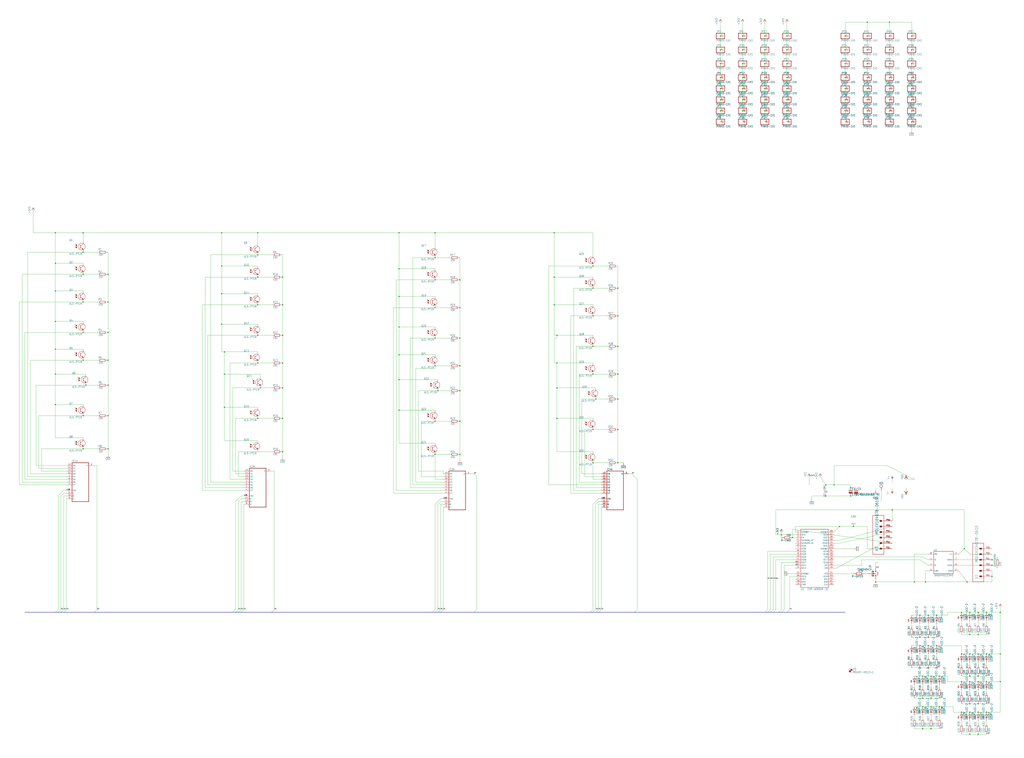
<source format=kicad_sch>
(kicad_sch (version 20211123) (generator eeschema)
  (paper "User" 938.657 695.02)
  (junction (at 795.02 81.28))
  (junction (at 726.44 492.76))
  (junction (at 845.82 619.76))
  (junction (at 365.76 325.12))
  (junction (at 259.08 355.6))
  (junction (at 721.36 33.02))
  (junction (at 721.36 58.42))
  (junction (at 909.32 528.32))
  (junction (at 881.38 599.44))
  (junction (at 795.02 71.12))
  (junction (at 774.7 71.12))
  (junction (at 236.22 332.74))
  (junction (at 660.4 33.02))
  (junction (at 680.72 45.72))
  (junction (at 510.54 383.54))
  (junction (at 205.74 373.38))
  (junction (at 680.72 71.12))
  (junction (at 566.42 342.9))
  (junction (at 398.78 416.56))
  (junction (at 543.56 342.9))
  (junction (at 546.1 365.76))
  (junction (at 50.8 241.3))
  (junction (at 881.38 561.34))
  (junction (at 916.94 624.84))
  (junction (at 205.74 342.9))
  (junction (at 701.04 81.28))
  (junction (at 881.38 652.78))
  (junction (at 50.8 213.36))
  (junction (at 721.36 71.12))
  (junction (at 883.92 502.92))
  (junction (at 795.02 58.42))
  (junction (at 50.8 320.04))
  (junction (at 398.78 213.36))
  (junction (at 566.42 264.16))
  (junction (at 566.42 424.18))
  (junction (at 853.44 640.08))
  (junction (at 774.7 101.6))
  (junction (at 566.42 393.7))
  (junction (at 259.08 383.54))
  (junction (at 721.36 101.6))
  (junction (at 815.34 58.42))
  (junction (at 421.64 256.54))
  (junction (at 845.82 668.02))
  (junction (at 680.72 33.02))
  (junction (at 802.64 533.4))
  (junction (at 76.2 304.8))
  (junction (at 365.76 347.98))
  (junction (at 99.06 276.86))
  (junction (at 774.7 33.02))
  (junction (at 203.2 297.18))
  (junction (at 660.4 45.72))
  (junction (at 769.62 482.6))
  (junction (at 76.2 213.36))
  (junction (at 815.34 20.32))
  (junction (at 861.06 647.7))
  (junction (at 238.76 355.6))
  (junction (at 756.92 444.5))
  (junction (at 421.64 416.56))
  (junction (at 835.66 111.76))
  (junction (at 845.82 647.7))
  (junction (at 774.7 58.42))
  (junction (at 76.2 330.2))
  (junction (at 365.76 246.38))
  (junction (at 835.66 91.44))
  (junction (at 881.38 624.84))
  (junction (at 543.56 393.7))
  (junction (at 680.72 101.6))
  (junction (at 680.72 81.28))
  (junction (at 701.04 33.02))
  (junction (at 795.02 45.72))
  (junction (at 850.9 612.14))
  (junction (at 858.52 563.88))
  (junction (at 815.34 71.12))
  (junction (at 236.22 279.4))
  (junction (at 259.08 279.4))
  (junction (at 774.7 45.72))
  (junction (at 835.66 101.6))
  (junction (at 203.2 213.36))
  (junction (at 566.42 365.76))
  (junction (at 904.24 561.34))
  (junction (at 896.62 561.34))
  (junction (at 259.08 254))
  (junction (at 774.7 81.28))
  (junction (at 236.22 254))
  (junction (at 782.32 482.6))
  (junction (at 76.2 381))
  (junction (at 896.62 673.1))
  (junction (at 701.04 45.72))
  (junction (at 99.06 411.48))
  (junction (at 853.44 668.02))
  (junction (at 896.62 619.76))
  (junction (at 259.08 307.34))
  (junction (at 838.2 533.4))
  (junction (at 896.62 645.16))
  (junction (at 50.8 370.84))
  (junction (at 78.74 353.06))
  (junction (at 76.2 276.86))
  (junction (at 815.34 81.28))
  (junction (at 835.66 45.72))
  (junction (at 896.62 652.78))
  (junction (at 795.02 33.02))
  (junction (at 889 673.1))
  (junction (at 421.64 358.14))
  (junction (at 421.64 335.28))
  (junction (at 99.06 330.2))
  (junction (at 835.66 71.12))
  (junction (at 756.92 454.66))
  (junction (at 398.78 281.94))
  (junction (at 721.36 81.28))
  (junction (at 510.54 332.74))
  (junction (at 99.06 251.46))
  (junction (at 795.02 91.44))
  (junction (at 845.82 640.08))
  (junction (at 510.54 355.6))
  (junction (at 76.2 251.46))
  (junction (at 904.24 624.84))
  (junction (at 848.36 533.4))
  (junction (at 660.4 91.44))
  (junction (at 886.46 533.4))
  (junction (at 50.8 342.9))
  (junction (at 701.04 91.44))
  (junction (at 795.02 101.6))
  (junction (at 236.22 213.36))
  (junction (at 779.78 447.04))
  (junction (at 896.62 624.84))
  (junction (at 259.08 414.02))
  (junction (at 421.64 281.94))
  (junction (at 916.94 599.44))
  (junction (at 510.54 307.34))
  (junction (at 916.94 561.34))
  (junction (at 815.34 91.44))
  (junction (at 904.24 652.78))
  (junction (at 365.76 299.72))
  (junction (at 843.28 563.88))
  (junction (at 843.28 591.82))
  (junction (at 909.32 513.08))
  (junction (at 843.28 584.2))
  (junction (at 365.76 213.36))
  (junction (at 716.28 490.22))
  (junction (at 889 652.78))
  (junction (at 795.02 20.32))
  (junction (at 680.72 91.44))
  (junction (at 543.56 317.5))
  (junction (at 909.32 518.16))
  (junction (at 99.06 381))
  (junction (at 660.4 71.12))
  (junction (at 896.62 599.44))
  (junction (at 401.32 358.14))
  (junction (at 660.4 101.6))
  (junction (at 50.8 294.64))
  (junction (at 398.78 386.08))
  (junction (at 566.42 289.56))
  (junction (at 889 599.44))
  (junction (at 421.64 309.88))
  (junction (at 508 213.36))
  (junction (at 889 561.34))
  (junction (at 236.22 307.34))
  (junction (at 896.62 581.66))
  (junction (at 721.36 91.44))
  (junction (at 843.28 612.14))
  (junction (at 701.04 101.6))
  (junction (at 236.22 233.68))
  (junction (at 99.06 304.8))
  (junction (at 701.04 71.12))
  (junction (at 889 619.76))
  (junction (at 543.56 243.84))
  (junction (at 815.34 45.72))
  (junction (at 817.88 467.36))
  (junction (at 835.66 81.28))
  (junction (at 50.8 266.7))
  (junction (at 889 624.84))
  (junction (at 815.34 101.6))
  (junction (at 904.24 599.44))
  (junction (at 543.56 264.16))
  (junction (at 660.4 58.42))
  (junction (at 421.64 386.08))
  (junction (at 835.66 58.42))
  (junction (at 76.2 411.48))
  (junction (at 889 581.66))
  (junction (at 850.9 584.2))
  (junction (at 543.56 424.18))
  (junction (at 99.06 353.06))
  (junction (at 889 645.16))
  (junction (at 861.06 619.76))
  (junction (at 853.44 619.76))
  (junction (at 236.22 383.54))
  (junction (at 721.36 45.72))
  (junction (at 701.04 58.42))
  (junction (at 835.66 33.02))
  (junction (at 398.78 256.54))
  (junction (at 850.9 563.88))
  (junction (at 853.44 647.7))
  (junction (at 398.78 309.88))
  (junction (at 508 279.4))
  (junction (at 365.76 271.78))
  (junction (at 779.78 454.66))
  (junction (at 203.2 269.24))
  (junction (at 398.78 335.28))
  (junction (at 398.78 236.22))
  (junction (at 205.74 322.58))
  (junction (at 850.9 591.82))
  (junction (at 566.42 317.5))
  (junction (at 764.54 444.5))
  (junction (at 508 254))
  (junction (at 259.08 332.74))
  (junction (at 680.72 58.42))
  (junction (at 203.2 243.84))
  (junction (at 660.4 81.28))
  (junction (at 858.52 591.82))
  (junction (at 543.56 289.56))
  (junction (at 365.76 375.92))
  (junction (at 815.34 33.02))
  (junction (at 774.7 91.44))
  (junction (at 76.2 231.14))
  (bus_entry (at 543.56 558.8) (size -2.54 2.54))
  (bus_entry (at 436.88 558.8) (size -2.54 2.54))
  (bus_entry (at 708.66 558.8) (size -2.54 2.54))
  (bus_entry (at 401.32 558.8) (size -2.54 2.54))
  (bus_entry (at 548.64 558.8) (size -2.54 2.54))
  (bus_entry (at 716.28 558.8) (size -2.54 2.54))
  (bus_entry (at 223.52 558.8) (size -2.54 2.54))
  (bus_entry (at 398.78 558.8) (size -2.54 2.54))
  (bus_entry (at 53.34 558.8) (size -2.54 2.54))
  (bus_entry (at 215.9 558.8) (size -2.54 2.54))
  (bus_entry (at 403.86 558.8) (size -2.54 2.54))
  (bus_entry (at 718.82 558.8) (size -2.54 2.54))
  (bus_entry (at 551.18 558.8) (size -2.54 2.54))
  (bus_entry (at 546.1 558.8) (size -2.54 2.54))
  (bus_entry (at 706.12 558.8) (size -2.54 2.54))
  (bus_entry (at 406.4 558.8) (size -2.54 2.54))
  (bus_entry (at 220.98 558.8) (size -2.54 2.54))
  (bus_entry (at 711.2 558.8) (size -2.54 2.54))
  (bus_entry (at 88.9 558.8) (size -2.54 2.54))
  (bus_entry (at 584.2 558.8) (size -2.54 2.54))
  (bus_entry (at 218.44 558.8) (size -2.54 2.54))
  (bus_entry (at 60.96 558.8) (size -2.54 2.54))
  (bus_entry (at 251.46 558.8) (size -2.54 2.54))
  (bus_entry (at 723.9 558.8) (size -2.54 2.54))
  (bus_entry (at 55.88 558.8) (size -2.54 2.54))
  (bus_entry (at 703.58 558.8) (size -2.54 2.54))
  (bus_entry (at 58.42 558.8) (size -2.54 2.54))
  (wire (pts (xy 566.42 342.9) (xy 566.42 317.5)))
  (wire (pts (xy 718.82 518.16) (xy 718.82 558.8)))
  (wire (pts (xy 744.22 454.66) (xy 744.22 457.2)))
  (wire (pts (xy 774.7 58.42) (xy 774.7 71.12)))
  (wire (pts (xy 508 213.36) (xy 543.56 213.36)))
  (wire (pts (xy 551.18 452.12) (xy 523.24 452.12)))
  (wire (pts (xy 680.72 71.12) (xy 680.72 81.28)))
  (wire (pts (xy 795.02 91.44) (xy 795.02 101.6)))
  (wire (pts (xy 711.2 513.08) (xy 711.2 558.8)))
  (wire (pts (xy 850.9 523.24) (xy 848.36 523.24)))
  (wire (pts (xy 904.24 619.76) (xy 896.62 619.76)))
  (wire (pts (xy 904.24 561.34) (xy 916.94 561.34)))
  (wire (pts (xy 508 309.88) (xy 510.54 309.88)))
  (wire (pts (xy 556.26 342.9) (xy 543.56 342.9)))
  (wire (pts (xy 220.98 457.2) (xy 223.52 457.2)))
  (wire (pts (xy 403.86 558.8) (xy 403.86 462.28)))
  (wire (pts (xy 868.68 624.84) (xy 881.38 624.84)))
  (wire (pts (xy 421.64 421.64) (xy 421.64 416.56)))
  (wire (pts (xy 723.9 528.32) (xy 728.98 528.32)))
  (wire (pts (xy 889 632.46) (xy 889 635)))
  (wire (pts (xy 525.78 449.58) (xy 525.78 264.16)))
  (wire (pts (xy 543.56 332.74) (xy 510.54 332.74)))
  (wire (pts (xy 904.24 660.4) (xy 904.24 662.94)))
  (wire (pts (xy 815.34 71.12) (xy 815.34 81.28)))
  (wire (pts (xy 60.96 439.42) (xy 22.86 439.42)))
  (wire (pts (xy 889 581.66) (xy 881.38 581.66)))
  (wire (pts (xy 546.1 355.6) (xy 510.54 355.6)))
  (wire (pts (xy 386.08 436.88) (xy 386.08 386.08)))
  (wire (pts (xy 421.64 358.14) (xy 421.64 335.28)))
  (wire (pts (xy 510.54 383.54) (xy 510.54 355.6)))
  (wire (pts (xy 701.04 45.72) (xy 701.04 58.42)))
  (wire (pts (xy 378.46 236.22) (xy 398.78 236.22)))
  (wire (pts (xy 795.02 20.32) (xy 795.02 33.02)))
  (wire (pts (xy 896.62 673.1) (xy 889 673.1)))
  (wire (pts (xy 78.74 342.9) (xy 50.8 342.9)))
  (wire (pts (xy 774.7 71.12) (xy 774.7 81.28)))
  (wire (pts (xy 50.8 241.3) (xy 50.8 213.36)))
  (wire (pts (xy 701.04 33.02) (xy 701.04 45.72)))
  (wire (pts (xy 398.78 246.38) (xy 365.76 246.38)))
  (wire (pts (xy 789.94 513.08) (xy 843.28 513.08)))
  (wire (pts (xy 858.52 563.88) (xy 868.68 563.88)))
  (wire (pts (xy 756.92 447.04) (xy 756.92 444.5)))
  (wire (pts (xy 566.42 365.76) (xy 566.42 342.9)))
  (wire (pts (xy 88.9 411.48) (xy 76.2 411.48)))
  (wire (pts (xy 835.66 111.76) (xy 835.66 119.38)))
  (wire (pts (xy 701.04 81.28) (xy 701.04 91.44)))
  (wire (pts (xy 248.92 383.54) (xy 236.22 383.54)))
  (wire (pts (xy 60.96 436.88) (xy 25.4 436.88)))
  (wire (pts (xy 259.08 414.02) (xy 259.08 383.54)))
  (wire (pts (xy 543.56 439.42) (xy 543.56 424.18)))
  (wire (pts (xy 838.2 533.4) (xy 802.64 533.4)))
  (wire (pts (xy 551.18 439.42) (xy 543.56 439.42)))
  (wire (pts (xy 850.9 508) (xy 838.2 508)))
  (wire (pts (xy 406.4 464.82) (xy 406.4 558.8)))
  (wire (pts (xy 774.7 20.32) (xy 774.7 33.02)))
  (bus (pts (xy 218.44 561.34) (xy 220.98 561.34)))
  (wire (pts (xy 378.46 444.5) (xy 378.46 236.22)))
  (wire (pts (xy 365.76 406.4) (xy 365.76 375.92)))
  (wire (pts (xy 728.98 505.46) (xy 703.58 505.46)))
  (wire (pts (xy 220.98 459.74) (xy 223.52 459.74)))
  (wire (pts (xy 535.94 393.7) (xy 543.56 393.7)))
  (wire (pts (xy 680.72 33.02) (xy 680.72 45.72)))
  (wire (pts (xy 861.06 619.76) (xy 868.68 619.76)))
  (wire (pts (xy 835.66 91.44) (xy 835.66 101.6)))
  (wire (pts (xy 764.54 510.54) (xy 845.82 510.54)))
  (wire (pts (xy 548.64 558.8) (xy 548.64 462.28)))
  (wire (pts (xy 660.4 45.72) (xy 660.4 58.42)))
  (wire (pts (xy 909.32 508) (xy 889 508)))
  (wire (pts (xy 853.44 655.32) (xy 853.44 657.86)))
  (wire (pts (xy 88.9 353.06) (xy 78.74 353.06)))
  (wire (pts (xy 365.76 325.12) (xy 365.76 299.72)))
  (wire (pts (xy 508 254) (xy 508 213.36)))
  (wire (pts (xy 721.36 20.32) (xy 721.36 33.02)))
  (wire (pts (xy 711.2 490.22) (xy 716.28 490.22)))
  (wire (pts (xy 802.64 515.62) (xy 805.18 515.62)))
  (wire (pts (xy 868.68 561.34) (xy 881.38 561.34)))
  (wire (pts (xy 99.06 304.8) (xy 99.06 276.86)))
  (wire (pts (xy 911.86 518.16) (xy 914.4 520.7)))
  (wire (pts (xy 584.2 439.42) (xy 584.2 558.8)))
  (wire (pts (xy 248.92 307.34) (xy 236.22 307.34)))
  (wire (pts (xy 213.36 431.8) (xy 213.36 355.6)))
  (wire (pts (xy 728.98 487.68) (xy 728.98 482.6)))
  (wire (pts (xy 845.82 619.76) (xy 838.2 619.76)))
  (wire (pts (xy 835.66 33.02) (xy 835.66 45.72)))
  (wire (pts (xy 889 624.84) (xy 881.38 624.84)))
  (wire (pts (xy 551.18 444.5) (xy 502.92 444.5)))
  (wire (pts (xy 721.36 45.72) (xy 721.36 58.42)))
  (wire (pts (xy 76.2 330.2) (xy 27.94 330.2)))
  (wire (pts (xy 190.5 307.34) (xy 236.22 307.34)))
  (wire (pts (xy 259.08 355.6) (xy 259.08 332.74)))
  (wire (pts (xy 236.22 243.84) (xy 203.2 243.84)))
  (wire (pts (xy 850.9 599.44) (xy 850.9 601.98)))
  (wire (pts (xy 835.66 101.6) (xy 835.66 111.76)))
  (wire (pts (xy 58.42 452.12) (xy 60.96 452.12)))
  (bus (pts (xy 401.32 561.34) (xy 403.86 561.34)))
  (wire (pts (xy 896.62 599.44) (xy 889 599.44)))
  (wire (pts (xy 830.58 449.58) (xy 830.58 447.04)))
  (wire (pts (xy 858.52 599.44) (xy 858.52 601.98)))
  (wire (pts (xy 795.02 482.6) (xy 795.02 502.92)))
  (wire (pts (xy 721.36 81.28) (xy 721.36 91.44)))
  (wire (pts (xy 795.02 33.02) (xy 795.02 45.72)))
  (wire (pts (xy 850.9 563.88) (xy 843.28 563.88)))
  (wire (pts (xy 50.8 320.04) (xy 50.8 294.64)))
  (wire (pts (xy 916.94 561.34) (xy 916.94 599.44)))
  (wire (pts (xy 398.78 375.92) (xy 365.76 375.92)))
  (wire (pts (xy 701.04 20.32) (xy 701.04 33.02)))
  (wire (pts (xy 878.84 508) (xy 883.92 502.92)))
  (wire (pts (xy 769.62 497.84) (xy 764.54 497.84)))
  (wire (pts (xy 398.78 213.36) (xy 398.78 226.06)))
  (wire (pts (xy 660.4 71.12) (xy 660.4 81.28)))
  (bus (pts (xy 50.8 561.34) (xy 53.34 561.34)))
  (wire (pts (xy 58.42 449.58) (xy 53.34 454.66)))
  (wire (pts (xy 543.56 213.36) (xy 543.56 233.68)))
  (wire (pts (xy 17.78 444.5) (xy 17.78 276.86)))
  (wire (pts (xy 889 599.44) (xy 881.38 599.44)))
  (wire (pts (xy 88.9 251.46) (xy 76.2 251.46)))
  (wire (pts (xy 53.34 454.66) (xy 53.34 558.8)))
  (wire (pts (xy 248.92 254) (xy 236.22 254)))
  (wire (pts (xy 398.78 462.28) (xy 398.78 558.8)))
  (wire (pts (xy 55.88 558.8) (xy 55.88 454.66)))
  (wire (pts (xy 909.32 528.32) (xy 909.32 523.24)))
  (wire (pts (xy 60.96 431.8) (xy 38.1 431.8)))
  (wire (pts (xy 660.4 91.44) (xy 660.4 101.6)))
  (wire (pts (xy 220.98 454.66) (xy 215.9 459.74)))
  (wire (pts (xy 889 673.1) (xy 881.38 673.1)))
  (wire (pts (xy 916.94 599.44) (xy 916.94 624.84)))
  (wire (pts (xy 223.52 436.88) (xy 218.44 436.88)))
  (wire (pts (xy 205.74 322.58) (xy 203.2 322.58)))
  (wire (pts (xy 744.22 454.66) (xy 756.92 454.66)))
  (wire (pts (xy 904.24 599.44) (xy 916.94 599.44)))
  (wire (pts (xy 398.78 337.82) (xy 381 337.82)))
  (wire (pts (xy 889 568.96) (xy 889 571.5)))
  (wire (pts (xy 381 441.96) (xy 381 337.82)))
  (wire (pts (xy 660.4 58.42) (xy 660.4 71.12)))
  (wire (pts (xy 551.18 436.88) (xy 535.94 436.88)))
  (wire (pts (xy 508 332.74) (xy 508 309.88)))
  (bus (pts (xy 546.1 561.34) (xy 548.64 561.34)))
  (wire (pts (xy 853.44 647.7) (xy 845.82 647.7)))
  (wire (pts (xy 543.56 264.16) (xy 525.78 264.16)))
  (wire (pts (xy 406.4 447.04) (xy 375.92 447.04)))
  (wire (pts (xy 756.92 444.5) (xy 751.84 436.88)))
  (wire (pts (xy 556.26 393.7) (xy 543.56 393.7)))
  (wire (pts (xy 411.48 236.22) (xy 398.78 236.22)))
  (wire (pts (xy 660.4 81.28) (xy 660.4 91.44)))
  (wire (pts (xy 904.24 632.46) (xy 904.24 635)))
  (wire (pts (xy 548.64 459.74) (xy 551.18 459.74)))
  (wire (pts (xy 764.54 444.5) (xy 756.92 444.5)))
  (wire (pts (xy 551.18 464.82) (xy 551.18 558.8)))
  (wire (pts (xy 185.42 279.4) (xy 236.22 279.4)))
  (wire (pts (xy 386.08 386.08) (xy 398.78 386.08)))
  (wire (pts (xy 858.52 591.82) (xy 881.38 591.82)))
  (wire (pts (xy 205.74 403.86) (xy 205.74 373.38)))
  (wire (pts (xy 60.96 444.5) (xy 17.78 444.5)))
  (wire (pts (xy 881.38 568.96) (xy 881.38 571.5)))
  (wire (pts (xy 774.7 81.28) (xy 774.7 91.44)))
  (wire (pts (xy 904.24 568.96) (xy 904.24 571.5)))
  (wire (pts (xy 528.32 317.5) (xy 543.56 317.5)))
  (wire (pts (xy 259.08 383.54) (xy 259.08 355.6)))
  (wire (pts (xy 17.78 276.86) (xy 76.2 276.86)))
  (wire (pts (xy 27.94 330.2) (xy 27.94 434.34)))
  (wire (pts (xy 259.08 233.68) (xy 259.08 254)))
  (wire (pts (xy 815.34 33.02) (xy 815.34 45.72)))
  (wire (pts (xy 701.04 91.44) (xy 701.04 101.6)))
  (wire (pts (xy 548.64 457.2) (xy 543.56 462.28)))
  (bus (pts (xy 396.24 561.34) (xy 398.78 561.34)))
  (wire (pts (xy 571.5 424.18) (xy 566.42 424.18)))
  (bus (pts (xy 58.42 561.34) (xy 86.36 561.34)))
  (wire (pts (xy 236.22 213.36) (xy 365.76 213.36)))
  (wire (pts (xy 802.64 449.58) (xy 802.64 447.04)))
  (wire (pts (xy 218.44 414.02) (xy 236.22 414.02)))
  (wire (pts (xy 25.4 436.88) (xy 25.4 231.14)))
  (wire (pts (xy 579.12 434.34) (xy 584.2 439.42)))
  (wire (pts (xy 795.02 71.12) (xy 795.02 81.28)))
  (wire (pts (xy 236.22 213.36) (xy 236.22 223.52)))
  (wire (pts (xy 363.22 256.54) (xy 398.78 256.54)))
  (wire (pts (xy 220.98 558.8) (xy 220.98 459.74)))
  (wire (pts (xy 883.92 502.92) (xy 883.92 467.36)))
  (wire (pts (xy 76.2 294.64) (xy 50.8 294.64)))
  (wire (pts (xy 398.78 271.78) (xy 365.76 271.78)))
  (wire (pts (xy 99.06 353.06) (xy 99.06 330.2)))
  (wire (pts (xy 817.88 449.58) (xy 817.88 447.04)))
  (wire (pts (xy 817.88 439.42) (xy 817.88 441.96)))
  (wire (pts (xy 896.62 652.78) (xy 889 652.78)))
  (wire (pts (xy 203.2 213.36) (xy 236.22 213.36)))
  (bus (pts (xy 213.36 561.34) (xy 215.9 561.34)))
  (wire (pts (xy 861.06 619.76) (xy 853.44 619.76)))
  (wire (pts (xy 236.22 373.38) (xy 205.74 373.38)))
  (wire (pts (xy 248.92 279.4) (xy 236.22 279.4)))
  (wire (pts (xy 99.06 411.48) (xy 99.06 381)))
  (wire (pts (xy 795.02 101.6) (xy 795.02 111.76)))
  (wire (pts (xy 223.52 454.66) (xy 220.98 454.66)))
  (wire (pts (xy 401.32 358.14) (xy 383.54 358.14)))
  (wire (pts (xy 774.7 20.32) (xy 795.02 20.32)))
  (wire (pts (xy 795.02 45.72) (xy 795.02 58.42)))
  (wire (pts (xy 556.26 365.76) (xy 546.1 365.76)))
  (wire (pts (xy 850.9 584.2) (xy 843.28 584.2)))
  (wire (pts (xy 886.46 533.4) (xy 878.84 523.24)))
  (wire (pts (xy 843.28 599.44) (xy 843.28 601.98)))
  (bus (pts (xy 55.88 561.34) (xy 58.42 561.34)))
  (wire (pts (xy 881.38 591.82) (xy 881.38 599.44)))
  (wire (pts (xy 660.4 20.32) (xy 660.4 33.02)))
  (wire (pts (xy 764.54 426.72) (xy 812.8 426.72)))
  (wire (pts (xy 850.9 571.5) (xy 850.9 574.04)))
  (wire (pts (xy 701.04 58.42) (xy 701.04 71.12)))
  (wire (pts (xy 889 660.4) (xy 889 662.94)))
  (wire (pts (xy 774.7 45.72) (xy 774.7 58.42)))
  (wire (pts (xy 566.42 243.84) (xy 566.42 264.16)))
  (wire (pts (xy 406.4 452.12) (xy 360.68 452.12)))
  (wire (pts (xy 680.72 58.42) (xy 680.72 71.12)))
  (wire (pts (xy 76.2 401.32) (xy 50.8 401.32)))
  (wire (pts (xy 916.94 624.84) (xy 916.94 652.78)))
  (wire (pts (xy 764.54 520.7) (xy 767.08 520.7)))
  (wire (pts (xy 802.64 533.4) (xy 802.64 530.86)))
  (wire (pts (xy 203.2 243.84) (xy 203.2 213.36)))
  (wire (pts (xy 551.18 447.04) (xy 528.32 447.04)))
  (wire (pts (xy 904.24 599.44) (xy 896.62 599.44)))
  (wire (pts (xy 774.7 101.6) (xy 774.7 111.76)))
  (wire (pts (xy 680.72 20.32) (xy 680.72 33.02)))
  (wire (pts (xy 896.62 607.06) (xy 896.62 609.6)))
  (wire (pts (xy 916.94 652.78) (xy 904.24 652.78)))
  (wire (pts (xy 411.48 281.94) (xy 398.78 281.94)))
  (wire (pts (xy 889 607.06) (xy 889 609.6)))
  (wire (pts (xy 756.92 454.66) (xy 779.78 454.66)))
  (wire (pts (xy 88.9 276.86) (xy 76.2 276.86)))
  (wire (pts (xy 716.28 490.22) (xy 716.28 487.68)))
  (wire (pts (xy 375.92 309.88) (xy 398.78 309.88)))
  (wire (pts (xy 861.06 668.02) (xy 853.44 668.02)))
  (wire (pts (xy 723.9 558.8) (xy 723.9 528.32)))
  (wire (pts (xy 883.92 467.36) (xy 817.88 467.36)))
  (wire (pts (xy 904.24 645.16) (xy 896.62 645.16)))
  (wire (pts (xy 904.24 624.84) (xy 916.94 624.84)))
  (wire (pts (xy 566.42 317.5) (xy 566.42 289.56)))
  (wire (pts (xy 835.66 71.12) (xy 835.66 81.28)))
  (wire (pts (xy 721.36 101.6) (xy 721.36 111.76)))
  (bus (pts (xy 434.34 561.34) (xy 541.02 561.34)))
  (wire (pts (xy 835.66 45.72) (xy 835.66 58.42)))
  (wire (pts (xy 848.36 523.24) (xy 848.36 533.4)))
  (wire (pts (xy 889 652.78) (xy 881.38 652.78)))
  (wire (pts (xy 556.26 317.5) (xy 543.56 317.5)))
  (wire (pts (xy 259.08 332.74) (xy 259.08 307.34)))
  (wire (pts (xy 845.82 510.54) (xy 850.9 513.08)))
  (wire (pts (xy 434.34 434.34) (xy 431.8 434.34)))
  (wire (pts (xy 88.9 330.2) (xy 76.2 330.2)))
  (wire (pts (xy 398.78 299.72) (xy 365.76 299.72)))
  (wire (pts (xy 365.76 347.98) (xy 365.76 325.12)))
  (wire (pts (xy 795.02 20.32) (xy 815.34 20.32)))
  (wire (pts (xy 190.5 444.5) (xy 190.5 307.34)))
  (wire (pts (xy 365.76 375.92) (xy 365.76 347.98)))
  (wire (pts (xy 251.46 431.8) (xy 248.92 431.8)))
  (wire (pts (xy 223.52 449.58) (xy 185.42 449.58)))
  (wire (pts (xy 76.2 370.84) (xy 50.8 370.84)))
  (wire (pts (xy 60.96 457.2) (xy 60.96 558.8)))
  (wire (pts (xy 223.52 444.5) (xy 190.5 444.5)))
  (wire (pts (xy 845.82 627.38) (xy 845.82 629.92)))
  (wire (pts (xy 215.9 383.54) (xy 236.22 383.54)))
  (wire (pts (xy 728.98 508) (xy 706.12 508)))
  (wire (pts (xy 238.76 342.9) (xy 238.76 345.44)))
  (wire (pts (xy 543.56 383.54) (xy 510.54 383.54)))
  (wire (pts (xy 421.64 281.94) (xy 421.64 256.54)))
  (wire (pts (xy 50.8 294.64) (xy 50.8 266.7)))
  (wire (pts (xy 701.04 101.6) (xy 701.04 111.76)))
  (wire (pts (xy 365.76 246.38) (xy 365.76 213.36)))
  (wire (pts (xy 205.74 373.38) (xy 205.74 342.9)))
  (wire (pts (xy 60.96 429.26) (xy 35.56 429.26)))
  (bus (pts (xy 403.86 561.34) (xy 434.34 561.34)))
  (wire (pts (xy 383.54 431.8) (xy 383.54 358.14)))
  (wire (pts (xy 680.72 101.6) (xy 680.72 111.76)))
  (wire (pts (xy 680.72 45.72) (xy 680.72 58.42)))
  (wire (pts (xy 421.64 309.88) (xy 421.64 281.94)))
  (wire (pts (xy 858.52 584.2) (xy 850.9 584.2)))
  (wire (pts (xy 815.34 20.32) (xy 815.34 33.02)))
  (wire (pts (xy 764.54 502.92) (xy 782.32 502.92)))
  (wire (pts (xy 881.38 660.4) (xy 881.38 662.94)))
  (wire (pts (xy 769.62 495.3) (xy 817.88 482.6)))
  (wire (pts (xy 236.22 254) (xy 187.96 254)))
  (wire (pts (xy 406.4 436.88) (xy 386.08 436.88)))
  (wire (pts (xy 909.32 513.08) (xy 878.84 513.08)))
  (wire (pts (xy 20.32 441.96) (xy 20.32 251.46)))
  (wire (pts (xy 88.9 304.8) (xy 76.2 304.8)))
  (bus (pts (xy 708.66 561.34) (xy 713.74 561.34)))
  (wire (pts (xy 845.82 647.7) (xy 838.2 647.7)))
  (wire (pts (xy 848.36 533.4) (xy 838.2 533.4)))
  (wire (pts (xy 88.9 426.72) (xy 86.36 426.72)))
  (wire (pts (xy 843.28 513.08) (xy 850.9 518.16)))
  (wire (pts (xy 99.06 381) (xy 99.06 353.06)))
  (wire (pts (xy 843.28 571.5) (xy 843.28 574.04)))
  (wire (pts (xy 213.36 355.6) (xy 238.76 355.6)))
  (wire (pts (xy 850.9 591.82) (xy 843.28 591.82)))
  (wire (pts (xy 843.28 591.82) (xy 835.66 591.82)))
  (wire (pts (xy 38.1 431.8) (xy 38.1 411.48)))
  (wire (pts (xy 248.92 332.74) (xy 236.22 332.74)))
  (wire (pts (xy 215.9 434.34) (xy 215.9 383.54)))
  (wire (pts (xy 502.92 444.5) (xy 502.92 243.84)))
  (wire (pts (xy 916.94 556.26) (xy 916.94 561.34)))
  (wire (pts (xy 38.1 411.48) (xy 76.2 411.48)))
  (bus (pts (xy 86.36 561.34) (xy 213.36 561.34)))
  (wire (pts (xy 543.56 254) (xy 508 254)))
  (bus (pts (xy 703.58 561.34) (xy 706.12 561.34)))
  (wire (pts (xy 543.56 307.34) (xy 510.54 307.34)))
  (wire (pts (xy 858.52 563.88) (xy 850.9 563.88)))
  (wire (pts (xy 858.52 612.14) (xy 850.9 612.14)))
  (wire (pts (xy 236.22 403.86) (xy 205.74 403.86)))
  (wire (pts (xy 726.44 485.14) (xy 726.44 492.76)))
  (wire (pts (xy 904.24 652.78) (xy 896.62 652.78)))
  (wire (pts (xy 411.48 309.88) (xy 398.78 309.88)))
  (wire (pts (xy 30.48 213.36) (xy 50.8 213.36)))
  (wire (pts (xy 543.56 342.9) (xy 530.86 342.9)))
  (wire (pts (xy 187.96 254) (xy 187.96 447.04)))
  (wire (pts (xy 873.76 647.7) (xy 873.76 652.78)))
  (wire (pts (xy 703.58 505.46) (xy 703.58 558.8)))
  (wire (pts (xy 716.28 515.62) (xy 716.28 558.8)))
  (wire (pts (xy 365.76 271.78) (xy 365.76 246.38)))
  (wire (pts (xy 838.2 627.38) (xy 838.2 629.92)))
  (wire (pts (xy 251.46 431.8) (xy 251.46 558.8)))
  (wire (pts (xy 556.26 424.18) (xy 543.56 424.18)))
  (wire (pts (xy 728.98 510.54) (xy 708.66 510.54)))
  (wire (pts (xy 551.18 457.2) (xy 548.64 457.2)))
  (wire (pts (xy 421.64 416.56) (xy 421.64 386.08)))
  (wire (pts (xy 398.78 439.42) (xy 406.4 439.42)))
  (wire (pts (xy 223.52 431.8) (xy 213.36 431.8)))
  (wire (pts (xy 660.4 101.6) (xy 660.4 111.76)))
  (wire (pts (xy 764.54 518.16) (xy 789.94 518.16)))
  (wire (pts (xy 510.54 309.88) (xy 510.54 307.34)))
  (wire (pts (xy 203.2 269.24) (xy 203.2 243.84)))
  (wire (pts (xy 886.46 533.4) (xy 909.32 533.4)))
  (wire (pts (xy 815.34 101.6) (xy 815.34 111.76)))
  (wire (pts (xy 774.7 33.02) (xy 774.7 45.72)))
  (wire (pts (xy 218.44 459.74) (xy 220.98 457.2)))
  (wire (pts (xy 248.92 414.02) (xy 236.22 414.02)))
  (wire (pts (xy 55.88 454.66) (xy 58.42 452.12)))
  (wire (pts (xy 406.4 444.5) (xy 378.46 444.5)))
  (wire (pts (xy 25.4 231.14) (xy 76.2 231.14)))
  (wire (pts (xy 716.28 492.76) (xy 716.28 490.22)))
  (wire (pts (xy 530.86 342.9) (xy 530.86 441.96)))
  (wire (pts (xy 853.44 668.02) (xy 845.82 668.02)))
  (wire (pts (xy 889 645.16) (xy 881.38 645.16)))
  (wire (pts (xy 708.66 510.54) (xy 708.66 558.8)))
  (wire (pts (xy 411.48 256.54) (xy 398.78 256.54)))
  (bus (pts (xy 701.04 561.34) (xy 703.58 561.34)))
  (wire (pts (xy 779.78 444.5) (xy 764.54 444.5)))
  (wire (pts (xy 406.4 449.58) (xy 363.22 449.58)))
  (wire (pts (xy 236.22 269.24) (xy 203.2 269.24)))
  (wire (pts (xy 398.78 406.4) (xy 365.76 406.4)))
  (wire (pts (xy 218.44 436.88) (xy 218.44 414.02)))
  (wire (pts (xy 50.8 401.32) (xy 50.8 370.84)))
  (bus (pts (xy 543.56 561.34) (xy 546.1 561.34)))
  (wire (pts (xy 896.62 624.84) (xy 889 624.84)))
  (wire (pts (xy 835.66 571.5) (xy 835.66 574.04)))
  (wire (pts (xy 50.8 342.9) (xy 50.8 320.04)))
  (wire (pts (xy 398.78 416.56) (xy 398.78 439.42)))
  (wire (pts (xy 853.44 619.76) (xy 845.82 619.76)))
  (wire (pts (xy 807.72 449.58) (xy 807.72 459.74)))
  (bus (pts (xy 548.64 561.34) (xy 581.66 561.34)))
  (wire (pts (xy 861.06 647.7) (xy 873.76 647.7)))
  (wire (pts (xy 904.24 581.66) (xy 896.62 581.66)))
  (wire (pts (xy 728.98 515.62) (xy 716.28 515.62)))
  (wire (pts (xy 721.36 91.44) (xy 721.36 101.6)))
  (wire (pts (xy 50.8 213.36) (xy 76.2 213.36)))
  (wire (pts (xy 909.32 533.4) (xy 909.32 528.32)))
  (wire (pts (xy 185.42 449.58) (xy 185.42 279.4)))
  (wire (pts (xy 767.08 520.7) (xy 817.88 492.76)))
  (wire (pts (xy 769.62 497.84) (xy 817.88 487.68)))
  (wire (pts (xy 381 441.96) (xy 406.4 441.96)))
  (wire (pts (xy 845.82 640.08) (xy 838.2 640.08)))
  (bus (pts (xy 53.34 561.34) (xy 55.88 561.34)))
  (wire (pts (xy 546.1 558.8) (xy 546.1 462.28)))
  (wire (pts (xy 533.4 365.76) (xy 546.1 365.76)))
  (wire (pts (xy 721.36 33.02) (xy 721.36 45.72)))
  (wire (pts (xy 853.44 627.38) (xy 853.44 629.92)))
  (wire (pts (xy 76.2 241.3) (xy 50.8 241.3)))
  (wire (pts (xy 60.96 449.58) (xy 58.42 449.58)))
  (wire (pts (xy 889 508) (xy 883.92 502.92)))
  (wire (pts (xy 680.72 91.44) (xy 680.72 101.6)))
  (wire (pts (xy 904.24 673.1) (xy 896.62 673.1)))
  (wire (pts (xy 904.24 561.34) (xy 896.62 561.34)))
  (bus (pts (xy 721.36 561.34) (xy 774.7 561.34)))
  (wire (pts (xy 193.04 233.68) (xy 236.22 233.68)))
  (wire (pts (xy 548.64 462.28) (xy 551.18 462.28)))
  (wire (pts (xy 680.72 81.28) (xy 680.72 91.44)))
  (wire (pts (xy 203.2 297.18) (xy 203.2 269.24)))
  (wire (pts (xy 360.68 452.12) (xy 360.68 281.94)))
  (wire (pts (xy 726.44 492.76) (xy 728.98 492.76)))
  (wire (pts (xy 401.32 347.98) (xy 365.76 347.98)))
  (wire (pts (xy 769.62 482.6) (xy 782.32 482.6)))
  (wire (pts (xy 896.62 632.46) (xy 896.62 635)))
  (wire (pts (xy 896.62 619.76) (xy 889 619.76)))
  (wire (pts (xy 76.2 213.36) (xy 203.2 213.36)))
  (wire (pts (xy 858.52 591.82) (xy 850.9 591.82)))
  (wire (pts (xy 508 307.34) (xy 508 279.4)))
  (wire (pts (xy 896.62 568.96) (xy 896.62 571.5)))
  (wire (pts (xy 881.38 632.46) (xy 881.38 635)))
  (bus (pts (xy 716.28 561.34) (xy 721.36 561.34)))
  (wire (pts (xy 363.22 449.58) (xy 363.22 256.54)))
  (wire (pts (xy 365.76 299.72) (xy 365.76 271.78)))
  (wire (pts (xy 861.06 655.32) (xy 861.06 657.86)))
  (wire (pts (xy 35.56 429.26) (xy 35.56 381)))
  (wire (pts (xy 784.86 447.04) (xy 779.78 447.04)))
  (wire (pts (xy 99.06 231.14) (xy 99.06 251.46)))
  (wire (pts (xy 728.98 482.6) (xy 769.62 482.6)))
  (wire (pts (xy 896.62 561.34) (xy 889 561.34)))
  (wire (pts (xy 795.02 58.42) (xy 795.02 71.12)))
  (wire (pts (xy 210.82 439.42) (xy 210.82 332.74)))
  (wire (pts (xy 508 279.4) (xy 508 254)))
  (wire (pts (xy 845.82 655.32) (xy 845.82 657.86)))
  (wire (pts (xy 411.48 416.56) (xy 398.78 416.56)))
  (wire (pts (xy 838.2 655.32) (xy 838.2 657.86)))
  (wire (pts (xy 861.06 627.38) (xy 861.06 629.92)))
  (wire (pts (xy 861.06 647.7) (xy 853.44 647.7)))
  (wire (pts (xy 868.68 563.88) (xy 868.68 561.34)))
  (wire (pts (xy 896.62 660.4) (xy 896.62 662.94)))
  (wire (pts (xy 868.68 619.76) (xy 868.68 624.84)))
  (wire (pts (xy 556.26 243.84) (xy 543.56 243.84)))
  (wire (pts (xy 556.26 289.56) (xy 543.56 289.56)))
  (bus (pts (xy 215.9 561.34) (xy 218.44 561.34)))
  (wire (pts (xy 896.62 645.16) (xy 889 645.16)))
  (wire (pts (xy 210.82 332.74) (xy 236.22 332.74)))
  (bus (pts (xy 541.02 561.34) (xy 543.56 561.34)))
  (wire (pts (xy 838.2 439.42) (xy 830.58 439.42)))
  (wire (pts (xy 35.56 381) (xy 76.2 381)))
  (wire (pts (xy 406.4 457.2) (xy 403.86 457.2)))
  (wire (pts (xy 802.64 520.7) (xy 802.64 515.62)))
  (wire (pts (xy 904.24 607.06) (xy 904.24 609.6)))
  (wire (pts (xy 723.9 525.78) (xy 728.98 525.78)))
  (wire (pts (xy 873.76 652.78) (xy 881.38 652.78)))
  (wire (pts (xy 543.56 289.56) (xy 523.24 289.56)))
  (wire (pts (xy 236.22 322.58) (xy 205.74 322.58)))
  (wire (pts (xy 741.68 436.88) (xy 741.68 444.5)))
  (wire (pts (xy 812.8 426.72) (xy 838.2 439.42)))
  (wire (pts (xy 728.98 490.22) (xy 716.28 490.22)))
  (wire (pts (xy 815.34 20.32) (xy 835.66 20.32)))
  (bus (pts (xy 706.12 561.34) (xy 708.66 561.34)))
  (wire (pts (xy 88.9 381) (xy 76.2 381)))
  (wire (pts (xy 223.52 434.34) (xy 215.9 434.34)))
  (wire (pts (xy 403.86 459.74) (xy 406.4 459.74)))
  (wire (pts (xy 60.96 426.72) (xy 33.02 426.72)))
  (wire (pts (xy 259.08 279.4) (xy 259.08 254)))
  (wire (pts (xy 792.48 525.78) (xy 795.02 525.78)))
  (wire (pts (xy 523.24 452.12) (xy 523.24 289.56)))
  (wire (pts (xy 764.54 444.5) (xy 764.54 426.72)))
  (wire (pts (xy 556.26 264.16) (xy 543.56 264.16)))
  (wire (pts (xy 360.68 281.94) (xy 398.78 281.94)))
  (wire (pts (xy 236.22 297.18) (xy 203.2 297.18)))
  (wire (pts (xy 510.54 355.6) (xy 510.54 332.74)))
  (wire (pts (xy 187.96 447.04) (xy 223.52 447.04)))
  (wire (pts (xy 421.64 335.28) (xy 421.64 309.88)))
  (wire (pts (xy 551.18 434.34) (xy 533.4 434.34)))
  (wire (pts (xy 22.86 439.42) (xy 22.86 304.8)))
  (wire (pts (xy 58.42 558.8) (xy 58.42 454.66)))
  (wire (pts (xy 815.34 91.44) (xy 815.34 101.6)))
  (wire (pts (xy 533.4 434.34) (xy 533.4 365.76)))
  (wire (pts (xy 835.66 20.32) (xy 835.66 33.02)))
  (wire (pts (xy 528.32 447.04) (xy 528.32 317.5)))
  (wire (pts (xy 896.62 581.66) (xy 889 581.66)))
  (wire (pts (xy 728.98 513.08) (xy 711.2 513.08)))
  (wire (pts (xy 406.4 431.8) (xy 383.54 431.8)))
  (wire (pts (xy 406.4 434.34) (xy 406.4 431.8)))
  (wire (pts (xy 20.32 251.46) (xy 76.2 251.46)))
  (wire (pts (xy 530.86 441.96) (xy 551.18 441.96)))
  (wire (pts (xy 789.94 518.16) (xy 789.94 513.08)))
  (wire (pts (xy 909.32 518.16) (xy 911.86 518.16)))
  (wire (pts (xy 835.66 81.28) (xy 835.66 91.44)))
  (bus (pts (xy 581.66 561.34) (xy 701.04 561.34)))
  (wire (pts (xy 543.56 279.4) (xy 508 279.4)))
  (wire (pts (xy 889 619.76) (xy 881.38 619.76)))
  (wire (pts (xy 60.96 441.96) (xy 20.32 441.96)))
  (wire (pts (xy 403.86 462.28) (xy 406.4 462.28)))
  (wire (pts (xy 850.9 612.14) (xy 843.28 612.14)))
  (wire (pts (xy 706.12 508) (xy 706.12 558.8)))
  (wire (pts (xy 817.88 477.52) (xy 817.88 467.36)))
  (bus (pts (xy 248.92 561.34) (xy 396.24 561.34)))
  (bus (pts (xy 713.74 561.34) (xy 716.28 561.34)))
  (wire (pts (xy 721.36 58.42) (xy 721.36 71.12)))
  (wire (pts (xy 904.24 624.84) (xy 896.62 624.84)))
  (wire (pts (xy 421.64 386.08) (xy 421.64 358.14)))
  (wire (pts (xy 33.02 426.72) (xy 33.02 353.06)))
  (wire (pts (xy 88.9 426.72) (xy 88.9 558.8)))
  (wire (pts (xy 815.34 58.42) (xy 815.34 71.12)))
  (wire (pts (xy 99.06 330.2) (xy 99.06 304.8)))
  (wire (pts (xy 27.94 434.34) (xy 60.96 434.34)))
  (wire (pts (xy 421.64 236.22) (xy 421.64 256.54)))
  (wire (pts (xy 223.52 439.42) (xy 210.82 439.42)))
  (wire (pts (xy 551.18 449.58) (xy 525.78 449.58)))
  (wire (pts (xy 853.44 640.08) (xy 845.82 640.08)))
  (wire (pts (xy 401.32 558.8) (xy 401.32 462.28)))
  (wire (pts (xy 779.78 454.66) (xy 784.86 454.66)))
  (wire (pts (xy 782.32 525.78) (xy 764.54 525.78)))
  (wire (pts (xy 835.66 58.42) (xy 835.66 71.12)))
  (wire (pts (xy 238.76 342.9) (xy 205.74 342.9)))
  (wire (pts (xy 375.92 447.04) (xy 375.92 309.88)))
  (wire (pts (xy 843.28 563.88) (xy 835.66 563.88)))
  (wire (pts (xy 764.54 487.68) (xy 769.62 482.6)))
  (wire (pts (xy 889 561.34) (xy 881.38 561.34)))
  (wire (pts (xy 398.78 213.36) (xy 508 213.36)))
  (wire (pts (xy 398.78 335.28) (xy 398.78 337.82)))
  (wire (pts (xy 838.2 508) (xy 838.2 533.4)))
  (wire (pts (xy 861.06 640.08) (xy 853.44 640.08)))
  (wire (pts (xy 815.34 81.28) (xy 815.34 91.44)))
  (wire (pts (xy 411.48 335.28) (xy 398.78 335.28)))
  (wire (pts (xy 911.86 513.08) (xy 914.4 510.54)))
  (wire (pts (xy 769.62 495.3) (xy 764.54 495.3)))
  (wire (pts (xy 909.32 518.16) (xy 878.84 518.16)))
  (wire (pts (xy 817.88 467.36) (xy 711.2 467.36)))
  (wire (pts (xy 728.98 518.16) (xy 718.82 518.16)))
  (wire (pts (xy 909.32 513.08) (xy 911.86 513.08)))
  (wire (pts (xy 76.2 320.04) (xy 50.8 320.04)))
  (wire (pts (xy 535.94 436.88) (xy 535.94 393.7)))
  (wire (pts (xy 193.04 441.96) (xy 193.04 233.68)))
  (wire (pts (xy 76.2 266.7) (xy 50.8 266.7)))
  (wire (pts (xy 566.42 289.56) (xy 566.42 264.16)))
  (wire (pts (xy 223.52 441.96) (xy 193.04 441.96)))
  (wire (pts (xy 711.2 467.36) (xy 711.2 490.22)))
  (wire (pts (xy 33.02 353.06) (xy 78.74 353.06)))
  (wire (pts (xy 726.44 485.14) (xy 817.88 497.84)))
  (wire (pts (xy 76.2 213.36) (xy 76.2 220.98)))
  (wire (pts (xy 795.02 502.92) (xy 817.88 502.92)))
  (wire (pts (xy 58.42 454.66) (xy 60.96 454.66)))
  (wire (pts (xy 782.32 482.6) (xy 795.02 482.6)))
  (wire (pts (xy 510.54 332.74) (xy 508 332.74)))
  (wire (pts (xy 30.48 193.04) (xy 30.48 213.36)))
  (wire (pts (xy 218.44 558.8) (xy 218.44 459.74)))
  (wire (pts (xy 248.92 355.6) (xy 238.76 355.6)))
  (wire (pts (xy 858.52 571.5) (xy 858.52 574.04)))
  (wire (pts (xy 779.78 447.04) (xy 779.78 444.5)))
  (wire (pts (xy 510.54 307.34) (xy 508 307.34)))
  (wire (pts (xy 365.76 213.36) (xy 398.78 213.36)))
  (wire (pts (xy 403.86 457.2) (xy 398.78 462.28)))
  (bus (pts (xy 220.98 561.34) (xy 248.92 561.34)))
  (bus (pts (xy 398.78 561.34) (xy 401.32 561.34)))
  (wire (pts (xy 701.04 71.12) (xy 701.04 81.28)))
  (wire (pts (xy 502.92 243.84) (xy 543.56 243.84)))
  (wire (pts (xy 50.8 370.84) (xy 50.8 342.9)))
  (wire (pts (xy 566.42 393.7) (xy 566.42 365.76)))
  (wire (pts (xy 248.92 233.68) (xy 236.22 233.68)))
  (wire (pts (xy 886.46 533.4) (xy 848.36 533.4)))
  (wire (pts (xy 215.9 459.74) (xy 215.9 558.8)))
  (wire (pts (xy 543.56 462.28) (xy 543.56 558.8)))
  (wire (pts (xy 815.34 45.72) (xy 815.34 58.42)))
  (wire (pts (xy 434.34 434.34) (xy 436.88 436.88)))
  (wire (pts (xy 660.4 33.02) (xy 660.4 45.72)))
  (wire (pts (xy 259.08 307.34) (xy 259.08 279.4)))
  (wire (pts (xy 99.06 276.86) (xy 99.06 251.46)))
  (wire (pts (xy 398.78 325.12) (xy 365.76 325.12)))
  (wire (pts (xy 843.28 584.2) (xy 835.66 584.2)))
  (wire (pts (xy 579.12 434.34) (xy 576.58 434.34)))
  (wire (pts (xy 566.42 424.18) (xy 566.42 393.7)))
  (wire (pts (xy 22.86 304.8) (xy 76.2 304.8)))
  (wire (pts (xy 774.7 91.44) (xy 774.7 101.6)))
  (wire (pts (xy 99.06 416.56) (xy 99.06 411.48)))
  (wire (pts (xy 401.32 462.28) (xy 403.86 459.74)))
  (wire (pts (xy 411.48 386.08) (xy 398.78 386.08)))
  (wire (pts (xy 543.56 414.02) (xy 510.54 414.02)))
  (wire (pts (xy 546.1 462.28) (xy 548.64 459.74)))
  (bus (pts (xy 22.86 561.34) (xy 50.8 561.34)))
  (wire (pts (xy 510.54 414.02) (xy 510.54 383.54)))
  (wire (pts (xy 845.82 668.02) (xy 838.2 668.02)))
  (wire (pts (xy 50.8 266.7) (xy 50.8 241.3)))
  (wire (pts (xy 203.2 322.58) (xy 203.2 297.18)))
  (wire (pts (xy 259.08 419.1) (xy 259.08 414.02)))
  (wire (pts (xy 835.66 599.44) (xy 835.66 601.98)))
  (wire (pts (xy 881.38 607.06) (xy 881.38 609.6)))
  (wire (pts (xy 88.9 231.14) (xy 76.2 231.14)))
  (wire (pts (xy 795.02 81.28) (xy 795.02 91.44)))
  (wire (pts (xy 843.28 612.14) (xy 835.66 612.14)))
  (wire (pts (xy 721.36 71.12) (xy 721.36 81.28)))
  (wire (pts (xy 411.48 358.14) (xy 401.32 358.14)))
  (wire (pts (xy 205.74 342.9) (xy 205.74 322.58)))
  (wire (pts (xy 436.88 436.88) (xy 436.88 558.8)))
  (wire (pts (xy 223.52 462.28) (xy 223.52 558.8)))
  (label "GND" (at 406.4 457.2 0) (effects (font (size 1.016 1.016))))
  (label "A1" (at 60.96 558.8 0) (effects (font (size 1.016 1.016))))
  (label "A1" (at 723.9 558.8 0) (effects (font (size 1.016 1.016))))
  (label "A1" (at 406.4 558.8 0) (effects (font (size 1.016 1.016))))
  (label "LED" (at 904.24 673.1 0) (effects (font (size 1.016 1.016))))
  (label "A1" (at 223.52 558.8 0) (effects (font (size 1.016 1.016))))
  (label "LED" (at 861.06 668.02 0) (effects (font (size 1.016 1.016))))
  (label "LED" (at 904.24 619.76 0) (effects (font (size 1.016 1.016))))
  (label "A1" (at 551.18 558.8 0) (effects (font (size 1.016 1.016))))
  (label "A3" (at 728.98 518.16 0) (effects (font (size 1.016 1.016))))
  (label "A2" (at 220.98 558.8 0) (effects (font (size 1.016 1.016))))
  (label "D4" (at 579.12 434.34 0) (effects (font (size 1.016 1.016))))
  (label "D2" (at 88.9 558.8 0) (effects (font (size 1.016 1.016))))
  (label "D4" (at 711.2 530.86 0) (effects (font (size 1.016 1.016))))
  (label "A3" (at 55.88 558.8 0) (effects (font (size 1.016 1.016))))
  (label "LED" (at 858.52 612.14 0) (effects (font (size 1.016 1.016))))
  (label "LED" (at 858.52 584.2 0) (effects (font (size 1.016 1.016))))
  (label "A3" (at 218.44 558.8 0) (effects (font (size 1.016 1.016))))
  (label "GND" (at 223.52 454.66 0) (effects (font (size 1.016 1.016))))
  (label "D1" (at 703.58 530.86 0) (effects (font (size 1.016 1.016))))
  (label "D3" (at 708.66 530.86 0) (effects (font (size 1.016 1.016))))
  (label "A3" (at 401.32 558.8 0) (effects (font (size 1.016 1.016))))
  (label "D3" (at 434.34 434.34 0) (effects (font (size 1.016 1.016))))
  (label "A2" (at 403.86 558.8 0) (effects (font (size 1.016 1.016))))
  (label "LED" (at 904.24 581.66 0) (effects (font (size 1.016 1.016))))
  (label "A3" (at 546.1 558.8 0) (effects (font (size 1.016 1.016))))
  (label "A2" (at 728.98 515.62 0) (effects (font (size 1.016 1.016))))
  (label "+3V3" (at 741.68 436.88 0) (effects (font (size 1.2446 1.2446))))
  (label "LED" (at 904.24 645.16 0) (effects (font (size 1.016 1.016))))
  (label "GND" (at 551.18 457.2 0) (effects (font (size 1.016 1.016))))
  (label "A2" (at 548.64 558.8 0) (effects (font (size 1.016 1.016))))
  (label "GND" (at 60.96 449.58 0) (effects (font (size 1.016 1.016))))
  (label "A2" (at 58.42 558.8 0) (effects (font (size 1.016 1.016))))
  (label "D2" (at 706.12 530.86 0) (effects (font (size 1.016 1.016))))
  (label "D1" (at 251.46 558.8 0) (effects (font (size 1.016 1.016))))
  (label "LED" (at 802.64 520.7 0) (effects (font (size 1.016 1.016))))
  (label "LED" (at 861.06 640.08 0) (effects (font (size 1.016 1.016))))
  (symbol (lib_id "boden2021_V35-eagle-import:PINHD-1X1") (at 662.94 91.44 0) (unit 1)
    (property "Reference" "JP6" (at 656.59 88.265 0) (effects (font (size 1.778 1.5113)) (justify left bottom)))
    (property "Value" "PINHD-1X1" (at 656.59 96.52 0) (effects (font (size 1.778 1.5113)) (justify left bottom)))
    (property "Footprint" "boden2021_V35:1X01" (effects hide))
  )
  (symbol (lib_id "boden2021_V35-eagle-import:PINHD-1X1") (at 662.94 101.6 0) (unit 1)
    (property "Reference" "JP7" (at 656.59 98.425 0) (effects (font (size 1.778 1.5113)) (justify left bottom)))
    (property "Value" "PINHD-1X1" (at 656.59 106.68 0) (effects (font (size 1.778 1.5113)) (justify left bottom)))
    (property "Footprint" "boden2021_V35:1X01" (effects hide))
  )
  (symbol (lib_id "boden2021_V35-eagle-import:R-EU_R0805") (at 843.28 607.06 90) (unit 1)
    (property "Reference" "LED-R10" (at 841.7814 610.87 0) (effects (font (size 1.778 1.5113)) (justify left bottom)))
    (property "Value" "100" (at 846.582 610.87 0) (effects (font (size 1.778 1.5113)) (justify left bottom)))
    (property "Footprint" "boden2021_V35:R0805" (effects hide))
  )
  (symbol (lib_id "boden2021_V35-eagle-import:ALS-PT19") (at 233.68 327.66 0) (unit 1)
    (property "Reference" "Q13" (at 223.52 322.58 0) (effects (font (size 1.778 1.5113)) (justify left bottom)))
    (property "Value" "ALS-PT19" (at 223.52 335.28 0) (effects (font (size 1.778 1.5113)) (justify left bottom)))
    (property "Footprint" "boden2021_V35:ALSPT19315CL177TR8" (effects hide))
  )
  (symbol (lib_id "boden2021_V35-eagle-import:PINHD-1X1") (at 662.94 58.42 0) (unit 1)
    (property "Reference" "JP3" (at 656.59 55.245 0) (effects (font (size 1.778 1.5113)) (justify left bottom)))
    (property "Value" "PINHD-1X1" (at 656.59 63.5 0) (effects (font (size 1.778 1.5113)) (justify left bottom)))
    (property "Footprint" "boden2021_V35:1X01" (effects hide))
  )
  (symbol (lib_id "boden2021_V35-eagle-import:4051") (at 73.66 441.96 0) (unit 1)
    (property "Reference" "IC1" (at 66.04 423.545 0) (effects (font (size 1.778 1.5113)) (justify left bottom)))
    (property "Value" "74HC4051" (effects hide))
    (property "Footprint" "boden2021_V35:TSSOP-16" (effects hide))
  )
  (symbol (lib_id "boden2021_V35-eagle-import:PINHD-1X1") (at 777.24 111.76 0) (unit 1)
    (property "Reference" "JP40" (at 770.89 108.585 0) (effects (font (size 1.778 1.5113)) (justify left bottom)))
    (property "Value" "PINHD-1X1" (at 770.89 116.84 0) (effects (font (size 1.778 1.5113)) (justify left bottom)))
    (property "Footprint" "boden2021_V35:1X01" (effects hide))
  )
  (symbol (lib_id "boden2021_V35-eagle-import:VSS") (at 830.58 452.12 0) (unit 1)
    (property "Reference" "#VSS1" (effects hide))
    (property "Value" "VSS" (at 828.04 457.2 90) (effects (font (size 1.778 1.5113)) (justify left bottom)))
    (property "Footprint" "boden2021_V35:" (effects hide))
  )
  (symbol (lib_id "boden2021_V35-eagle-import:GND") (at 421.64 424.18 0) (unit 1)
    (property "Reference" "#GND3" (effects hide))
    (property "Value" "GND" (at 419.1 426.72 0) (effects (font (size 1.778 1.5113)) (justify left bottom)))
    (property "Footprint" "boden2021_V35:" (effects hide))
  )
  (symbol (lib_id "boden2021_V35-eagle-import:LEDP-LCC-2") (at 845.82 622.3 0) (unit 1)
    (property "Reference" "LED18" (at 849.376 626.872 90) (effects (font (size 1.778 1.5113)) (justify left bottom)))
    (property "Value" "LEDP-LCC-2" (at 851.535 626.872 90) (effects (font (size 1.778 1.5113)) (justify left bottom)))
    (property "Footprint" "boden2021_V35:P-LCC-2" (effects hide))
  )
  (symbol (lib_id "boden2021_V35-eagle-import:R-EU_R0603") (at 416.56 335.28 0) (unit 1)
    (property "Reference" "R21" (at 412.75 333.7814 0) (effects (font (size 1.778 1.5113)) (justify left bottom)))
    (property "Value" "10k" (at 412.75 338.582 0) (effects (font (size 1.778 1.5113)) (justify left bottom)))
    (property "Footprint" "boden2021_V35:R0603" (effects hide))
  )
  (symbol (lib_id "boden2021_V35-eagle-import:PINHD-1X1") (at 777.24 58.42 0) (unit 1)
    (property "Reference" "JP35" (at 770.89 55.245 0) (effects (font (size 1.778 1.5113)) (justify left bottom)))
    (property "Value" "PINHD-1X1" (at 770.89 63.5 0) (effects (font (size 1.778 1.5113)) (justify left bottom)))
    (property "Footprint" "boden2021_V35:1X01" (effects hide))
  )
  (symbol (lib_id "boden2021_V35-eagle-import:PINHD-1X1") (at 662.94 45.72 0) (unit 1)
    (property "Reference" "JP2" (at 656.59 42.545 0) (effects (font (size 1.778 1.5113)) (justify left bottom)))
    (property "Value" "PINHD-1X1" (at 656.59 50.8 0) (effects (font (size 1.778 1.5113)) (justify left bottom)))
    (property "Footprint" "boden2021_V35:1X01" (effects hide))
  )
  (symbol (lib_id "boden2021_V35-eagle-import:R-EU_R0805") (at 904.24 640.08 90) (unit 1)
    (property "Reference" "LED-R24" (at 902.7414 643.89 0) (effects (font (size 1.778 1.5113)) (justify left bottom)))
    (property "Value" "100" (at 907.542 643.89 0) (effects (font (size 1.778 1.5113)) (justify left bottom)))
    (property "Footprint" "boden2021_V35:R0805" (effects hide))
  )
  (symbol (lib_id "boden2021_V35-eagle-import:LEDP-LCC-2") (at 853.44 622.3 0) (unit 1)
    (property "Reference" "LED19" (at 856.996 626.872 90) (effects (font (size 1.778 1.5113)) (justify left bottom)))
    (property "Value" "LEDP-LCC-2" (at 859.155 626.872 90) (effects (font (size 1.778 1.5113)) (justify left bottom)))
    (property "Footprint" "boden2021_V35:P-LCC-2" (effects hide))
  )
  (symbol (lib_id "boden2021_V35-eagle-import:ALS-PT19") (at 233.68 408.94 0) (unit 1)
    (property "Reference" "Q16" (at 223.52 403.86 0) (effects (font (size 1.778 1.5113)) (justify left bottom)))
    (property "Value" "ALS-PT19" (at 223.52 416.56 0) (effects (font (size 1.778 1.5113)) (justify left bottom)))
    (property "Footprint" "boden2021_V35:ALSPT19315CL177TR8" (effects hide))
  )
  (symbol (lib_id "boden2021_V35-eagle-import:LEDP-LCC-2") (at 835.66 594.36 0) (unit 1)
    (property "Reference" "LED9" (at 839.216 598.932 90) (effects (font (size 1.778 1.5113)) (justify left bottom)))
    (property "Value" "LEDP-LCC-2" (at 841.375 598.932 90) (effects (font (size 1.778 1.5113)) (justify left bottom)))
    (property "Footprint" "boden2021_V35:P-LCC-2" (effects hide))
  )
  (symbol (lib_id "boden2021_V35-eagle-import:ALS-PT19") (at 541.02 312.42 0) (unit 1)
    (property "Reference" "Q28" (at 530.86 307.34 0) (effects (font (size 1.778 1.5113)) (justify left bottom)))
    (property "Value" "ALS-PT19" (at 530.86 320.04 0) (effects (font (size 1.778 1.5113)) (justify left bottom)))
    (property "Footprint" "boden2021_V35:ALSPT19315CL177TR8" (effects hide))
  )
  (symbol (lib_id "boden2021_V35-eagle-import:LEDP-LCC-2") (at 896.62 655.32 0) (unit 1)
    (property "Reference" "LED31" (at 900.176 659.892 90) (effects (font (size 1.778 1.5113)) (justify left bottom)))
    (property "Value" "LEDP-LCC-2" (at 902.335 659.892 90) (effects (font (size 1.778 1.5113)) (justify left bottom)))
    (property "Footprint" "boden2021_V35:P-LCC-2" (effects hide))
  )
  (symbol (lib_id "boden2021_V35-eagle-import:PINHD-1X1") (at 797.56 81.28 0) (unit 1)
    (property "Reference" "JP45" (at 791.21 78.105 0) (effects (font (size 1.778 1.5113)) (justify left bottom)))
    (property "Value" "PINHD-1X1" (at 791.21 86.36 0) (effects (font (size 1.778 1.5113)) (justify left bottom)))
    (property "Footprint" "boden2021_V35:1X01" (effects hide))
  )
  (symbol (lib_id "boden2021_V35-eagle-import:PINHD-1X1") (at 797.56 101.6 0) (unit 1)
    (property "Reference" "JP47" (at 791.21 98.425 0) (effects (font (size 1.778 1.5113)) (justify left bottom)))
    (property "Value" "PINHD-1X1" (at 791.21 106.68 0) (effects (font (size 1.778 1.5113)) (justify left bottom)))
    (property "Footprint" "boden2021_V35:1X01" (effects hide))
  )
  (symbol (lib_id "boden2021_V35-eagle-import:PINHD-1X1") (at 838.2 101.6 0) (unit 1)
    (property "Reference" "JP63" (at 831.85 98.425 0) (effects (font (size 1.778 1.5113)) (justify left bottom)))
    (property "Value" "PINHD-1X1" (at 831.85 106.68 0) (effects (font (size 1.778 1.5113)) (justify left bottom)))
    (property "Footprint" "boden2021_V35:1X01" (effects hide))
  )
  (symbol (lib_id "boden2021_V35-eagle-import:R-EU_R0805") (at 896.62 668.02 90) (unit 1)
    (property "Reference" "LED-R31" (at 895.1214 671.83 0) (effects (font (size 1.778 1.5113)) (justify left bottom)))
    (property "Value" "100" (at 899.922 671.83 0) (effects (font (size 1.778 1.5113)) (justify left bottom)))
    (property "Footprint" "boden2021_V35:R0805" (effects hide))
  )
  (symbol (lib_id "boden2021_V35-eagle-import:R-EU_R0603") (at 787.4 525.78 180) (unit 1)
    (property "Reference" "R-GATE0" (at 791.21 527.2786 0) (effects (font (size 1.778 1.5113)) (justify left bottom)))
    (property "Value" "470" (at 791.21 522.478 0) (effects (font (size 1.778 1.5113)) (justify left bottom)))
    (property "Footprint" "boden2021_V35:R0603" (effects hide))
  )
  (symbol (lib_id "boden2021_V35-eagle-import:R-EU_R0603") (at 561.34 342.9 0) (unit 1)
    (property "Reference" "R29" (at 557.53 341.4014 0) (effects (font (size 1.778 1.5113)) (justify left bottom)))
    (property "Value" "10k" (at 557.53 346.202 0) (effects (font (size 1.778 1.5113)) (justify left bottom)))
    (property "Footprint" "boden2021_V35:R0603" (effects hide))
  )
  (symbol (lib_id "boden2021_V35-eagle-import:ALS-PT19") (at 73.66 375.92 0) (unit 1)
    (property "Reference" "Q7" (at 63.5 370.84 0) (effects (font (size 1.778 1.5113)) (justify left bottom)))
    (property "Value" "ALS-PT19" (at 63.5 383.54 0) (effects (font (size 1.778 1.5113)) (justify left bottom)))
    (property "Footprint" "boden2021_V35:ALSPT19315CL177TR8" (effects hide))
  )
  (symbol (lib_id "boden2021_V35-eagle-import:R-EU_R0805") (at 853.44 662.94 90) (unit 1)
    (property "Reference" "LED-R27" (at 851.9414 666.75 0) (effects (font (size 1.778 1.5113)) (justify left bottom)))
    (property "Value" "100" (at 856.742 666.75 0) (effects (font (size 1.778 1.5113)) (justify left bottom)))
    (property "Footprint" "boden2021_V35:R0805" (effects hide))
  )
  (symbol (lib_id "boden2021_V35-eagle-import:ALS-PT19") (at 73.66 271.78 0) (unit 1)
    (property "Reference" "Q3" (at 63.5 266.7 0) (effects (font (size 1.778 1.5113)) (justify left bottom)))
    (property "Value" "ALS-PT19" (at 63.5 279.4 0) (effects (font (size 1.778 1.5113)) (justify left bottom)))
    (property "Footprint" "boden2021_V35:ALSPT19315CL177TR8" (effects hide))
  )
  (symbol (lib_id "boden2021_V35-eagle-import:LEDP-LCC-2") (at 896.62 627.38 0) (unit 1)
    (property "Reference" "LED23" (at 900.176 631.952 90) (effects (font (size 1.778 1.5113)) (justify left bottom)))
    (property "Value" "LEDP-LCC-2" (at 902.335 631.952 90) (effects (font (size 1.778 1.5113)) (justify left bottom)))
    (property "Footprint" "boden2021_V35:P-LCC-2" (effects hide))
  )
  (symbol (lib_id "boden2021_V35-eagle-import:R-EU_R0805") (at 881.38 576.58 90) (unit 1)
    (property "Reference" "LED-R5" (at 879.8814 580.39 0) (effects (font (size 1.778 1.5113)) (justify left bottom)))
    (property "Value" "100" (at 884.682 580.39 0) (effects (font (size 1.778 1.5113)) (justify left bottom)))
    (property "Footprint" "boden2021_V35:R0805" (effects hide))
  )
  (symbol (lib_id "boden2021_V35-eagle-import:LEDP-LCC-2") (at 850.9 566.42 0) (unit 1)
    (property "Reference" "LED3" (at 854.456 570.992 90) (effects (font (size 1.778 1.5113)) (justify left bottom)))
    (property "Value" "LEDP-LCC-2" (at 856.615 570.992 90) (effects (font (size 1.778 1.5113)) (justify left bottom)))
    (property "Footprint" "boden2021_V35:P-LCC-2" (effects hide))
  )
  (symbol (lib_id "boden2021_V35-eagle-import:R-EU_R0603") (at 561.34 289.56 0) (unit 1)
    (property "Reference" "R27" (at 557.53 288.0614 0) (effects (font (size 1.778 1.5113)) (justify left bottom)))
    (property "Value" "10k" (at 557.53 292.862 0) (effects (font (size 1.778 1.5113)) (justify left bottom)))
    (property "Footprint" "boden2021_V35:R0603" (effects hide))
  )
  (symbol (lib_id "boden2021_V35-eagle-import:R-EU_R0603") (at 254 279.4 0) (unit 1)
    (property "Reference" "R11" (at 250.19 277.9014 0) (effects (font (size 1.778 1.5113)) (justify left bottom)))
    (property "Value" "10k" (at 250.19 282.702 0) (effects (font (size 1.778 1.5113)) (justify left bottom)))
    (property "Footprint" "boden2021_V35:R0603" (effects hide))
  )
  (symbol (lib_id "boden2021_V35-eagle-import:R-EU_R0603") (at 561.34 424.18 0) (unit 1)
    (property "Reference" "R32" (at 557.53 422.6814 0) (effects (font (size 1.778 1.5113)) (justify left bottom)))
    (property "Value" "10k" (at 557.53 427.482 0) (effects (font (size 1.778 1.5113)) (justify left bottom)))
    (property "Footprint" "boden2021_V35:R0603" (effects hide))
  )
  (symbol (lib_id "boden2021_V35-eagle-import:R-EU_R0805") (at 904.24 614.68 90) (unit 1)
    (property "Reference" "LED-R16" (at 902.7414 618.49 0) (effects (font (size 1.778 1.5113)) (justify left bottom)))
    (property "Value" "100" (at 907.542 618.49 0) (effects (font (size 1.778 1.5113)) (justify left bottom)))
    (property "Footprint" "boden2021_V35:R0805" (effects hide))
  )
  (symbol (lib_id "boden2021_V35-eagle-import:LEDP-LCC-2") (at 889 601.98 0) (unit 1)
    (property "Reference" "LED14" (at 892.556 606.552 90) (effects (font (size 1.778 1.5113)) (justify left bottom)))
    (property "Value" "LEDP-LCC-2" (at 894.715 606.552 90) (effects (font (size 1.778 1.5113)) (justify left bottom)))
    (property "Footprint" "boden2021_V35:P-LCC-2" (effects hide))
  )
  (symbol (lib_id "boden2021_V35-eagle-import:PINHD-1X1") (at 817.88 45.72 0) (unit 1)
    (property "Reference" "JP50" (at 811.53 42.545 0) (effects (font (size 1.778 1.5113)) (justify left bottom)))
    (property "Value" "PINHD-1X1" (at 811.53 50.8 0) (effects (font (size 1.778 1.5113)) (justify left bottom)))
    (property "Footprint" "boden2021_V35:1X01" (effects hide))
  )
  (symbol (lib_id "boden2021_V35-eagle-import:ALS-PT19") (at 541.02 337.82 0) (unit 1)
    (property "Reference" "Q29" (at 530.86 332.74 0) (effects (font (size 1.778 1.5113)) (justify left bottom)))
    (property "Value" "ALS-PT19" (at 530.86 345.44 0) (effects (font (size 1.778 1.5113)) (justify left bottom)))
    (property "Footprint" "boden2021_V35:ALSPT19315CL177TR8" (effects hide))
  )
  (symbol (lib_id "boden2021_V35-eagle-import:ALS-PT19") (at 396.24 381 0) (unit 1)
    (property "Reference" "Q23" (at 386.08 375.92 0) (effects (font (size 1.778 1.5113)) (justify left bottom)))
    (property "Value" "ALS-PT19" (at 386.08 388.62 0) (effects (font (size 1.778 1.5113)) (justify left bottom)))
    (property "Footprint" "boden2021_V35:ALSPT19315CL177TR8" (effects hide))
  )
  (symbol (lib_id "boden2021_V35-eagle-import:ALS-PT19") (at 233.68 274.32 0) (unit 1)
    (property "Reference" "Q11" (at 223.52 269.24 0) (effects (font (size 1.778 1.5113)) (justify left bottom)))
    (property "Value" "ALS-PT19" (at 223.52 281.94 0) (effects (font (size 1.778 1.5113)) (justify left bottom)))
    (property "Footprint" "boden2021_V35:ALSPT19315CL177TR8" (effects hide))
  )
  (symbol (lib_id "boden2021_V35-eagle-import:4051") (at 563.88 449.58 0) (unit 1)
    (property "Reference" "IC4" (at 556.26 431.165 0) (effects (font (size 1.778 1.5113)) (justify left bottom)))
    (property "Value" "74HC4051" (effects hide))
    (property "Footprint" "boden2021_V35:TSSOP-16" (effects hide))
  )
  (symbol (lib_id "boden2021_V35-eagle-import:PINHD-1X1") (at 703.58 58.42 0) (unit 1)
    (property "Reference" "JP19" (at 697.23 55.245 0) (effects (font (size 1.778 1.5113)) (justify left bottom)))
    (property "Value" "PINHD-1X1" (at 697.23 63.5 0) (effects (font (size 1.778 1.5113)) (justify left bottom)))
    (property "Footprint" "boden2021_V35:1X01" (effects hide))
  )
  (symbol (lib_id "boden2021_V35-eagle-import:C0805") (at 756.92 449.58 0) (unit 1)
    (property "Reference" "C37" (at 755.015 452.12 90) (effects (font (size 1.27 1.0795)) (justify right top)))
    (property "Value" "100nF" (at 756.285 449.58 90) (effects (font (size 1.27 1.0795)) (justify left bottom)))
    (property "Footprint" "boden2021_V35:0805" (effects hide))
  )
  (symbol (lib_id "boden2021_V35-eagle-import:+3V3") (at 916.94 553.72 0) (unit 1)
    (property "Reference" "#+3V3" (effects hide))
    (property "Value" "+3V3" (at 914.4 558.8 90) (effects (font (size 1.778 1.5113)) (justify left bottom)))
    (property "Footprint" "boden2021_V35:" (effects hide))
  )
  (symbol (lib_id "boden2021_V35-eagle-import:PINHD-1X1") (at 797.56 111.76 0) (unit 1)
    (property "Reference" "JP48" (at 791.21 108.585 0) (effects (font (size 1.778 1.5113)) (justify left bottom)))
    (property "Value" "PINHD-1X1" (at 791.21 116.84 0) (effects (font (size 1.778 1.5113)) (justify left bottom)))
    (property "Footprint" "boden2021_V35:1X01" (effects hide))
  )
  (symbol (lib_id "boden2021_V35-eagle-import:ALS-PT19") (at 233.68 248.92 0) (unit 1)
    (property "Reference" "Q10" (at 223.52 243.84 0) (effects (font (size 1.778 1.5113)) (justify left bottom)))
    (property "Value" "ALS-PT19" (at 223.52 256.54 0) (effects (font (size 1.778 1.5113)) (justify left bottom)))
    (property "Footprint" "boden2021_V35:ALSPT19315CL177TR8" (effects hide))
  )
  (symbol (lib_id "boden2021_V35-eagle-import:GND") (at 782.32 480.06 180) (unit 1)
    (property "Reference" "#GND6" (effects hide))
    (property "Value" "GND" (at 784.86 472.44 0) (effects (font (size 1.778 1.5113)) (justify left bottom)))
    (property "Footprint" "boden2021_V35:" (effects hide))
  )
  (symbol (lib_id "boden2021_V35-eagle-import:PINHD-1X1") (at 777.24 101.6 0) (unit 1)
    (property "Reference" "JP39" (at 770.89 98.425 0) (effects (font (size 1.778 1.5113)) (justify left bottom)))
    (property "Value" "PINHD-1X1" (at 770.89 106.68 0) (effects (font (size 1.778 1.5113)) (justify left bottom)))
    (property "Footprint" "boden2021_V35:1X01" (effects hide))
  )
  (symbol (lib_id "boden2021_V35-eagle-import:PINHD-1X1") (at 703.58 111.76 0) (unit 1)
    (property "Reference" "JP24" (at 697.23 108.585 0) (effects (font (size 1.778 1.5113)) (justify left bottom)))
    (property "Value" "PINHD-1X1" (at 697.23 116.84 0) (effects (font (size 1.778 1.5113)) (justify left bottom)))
    (property "Footprint" "boden2021_V35:1X01" (effects hide))
  )
  (symbol (lib_id "boden2021_V35-eagle-import:R-EU_R0603") (at 561.34 393.7 0) (unit 1)
    (property "Reference" "R31" (at 557.53 392.2014 0) (effects (font (size 1.778 1.5113)) (justify left bottom)))
    (property "Value" "10k" (at 557.53 397.002 0) (effects (font (size 1.778 1.5113)) (justify left bottom)))
    (property "Footprint" "boden2021_V35:R0603" (effects hide))
  )
  (symbol (lib_id "boden2021_V35-eagle-import:R-EU_R0603") (at 416.56 236.22 0) (unit 1)
    (property "Reference" "R17" (at 412.75 234.7214 0) (effects (font (size 1.778 1.5113)) (justify left bottom)))
    (property "Value" "10k" (at 412.75 239.522 0) (effects (font (size 1.778 1.5113)) (justify left bottom)))
    (property "Footprint" "boden2021_V35:R0603" (effects hide))
  )
  (symbol (lib_id "boden2021_V35-eagle-import:R-EU_R0805") (at 889 668.02 90) (unit 1)
    (property "Reference" "LED-R30" (at 887.5014 671.83 0) (effects (font (size 1.778 1.5113)) (justify left bottom)))
    (property "Value" "100" (at 892.302 671.83 0) (effects (font (size 1.778 1.5113)) (justify left bottom)))
    (property "Footprint" "boden2021_V35:R0805" (effects hide))
  )
  (symbol (lib_id "boden2021_V35-eagle-import:LEDP-LCC-2") (at 889 655.32 0) (unit 1)
    (property "Reference" "LED30" (at 892.556 659.892 90) (effects (font (size 1.778 1.5113)) (justify left bottom)))
    (property "Value" "LEDP-LCC-2" (at 894.715 659.892 90) (effects (font (size 1.778 1.5113)) (justify left bottom)))
    (property "Footprint" "boden2021_V35:P-LCC-2" (effects hide))
  )
  (symbol (lib_id "boden2021_V35-eagle-import:LEDP-LCC-2") (at 904.24 563.88 0) (unit 1)
    (property "Reference" "LED8" (at 907.796 568.452 90) (effects (font (size 1.778 1.5113)) (justify left bottom)))
    (property "Value" "LEDP-LCC-2" (at 909.955 568.452 90) (effects (font (size 1.778 1.5113)) (justify left bottom)))
    (property "Footprint" "boden2021_V35:P-LCC-2" (effects hide))
  )
  (symbol (lib_id "boden2021_V35-eagle-import:R-EU_R0805") (at 881.38 668.02 90) (unit 1)
    (property "Reference" "LED-R29" (at 879.8814 671.83 0) (effects (font (size 1.778 1.5113)) (justify left bottom)))
    (property "Value" "100" (at 884.682 671.83 0) (effects (font (size 1.778 1.5113)) (justify left bottom)))
    (property "Footprint" "boden2021_V35:R0805" (effects hide))
  )
  (symbol (lib_id "boden2021_V35-eagle-import:MOLEX104078-0610") (at 896.62 515.62 0) (unit 1)
    (property "Reference" "X1" (at 896.62 530.86 90) (effects (font (size 2.54 2.159)) (justify left bottom)))
    (property "Value" "MOLEX104078-0610" (at 896.62 515.62 90) (effects (font (size 2.54 2.159)) (justify left bottom)))
    (property "Footprint" "boden2021_V35:MOLEX104078-0610" (effects hide))
  )
  (symbol (lib_id "boden2021_V35-eagle-import:R-EU_R0805") (at 845.82 662.94 90) (unit 1)
    (property "Reference" "LED-R26" (at 844.3214 666.75 0) (effects (font (size 1.778 1.5113)) (justify left bottom)))
    (property "Value" "100" (at 849.122 666.75 0) (effects (font (size 1.778 1.5113)) (justify left bottom)))
    (property "Footprint" "boden2021_V35:R0805" (effects hide))
  )
  (symbol (lib_id "boden2021_V35-eagle-import:ALS-PT19") (at 233.68 228.6 0) (unit 1)
    (property "Reference" "Q9" (at 223.52 223.52 0) (effects (font (size 1.778 1.5113)) (justify left bottom)))
    (property "Value" "ALS-PT19" (at 223.52 236.22 0) (effects (font (size 1.778 1.5113)) (justify left bottom)))
    (property "Footprint" "boden2021_V35:ALSPT19315CL177TR8" (effects hide))
  )
  (symbol (lib_id "boden2021_V35-eagle-import:R-EU_R0805") (at 889 640.08 90) (unit 1)
    (property "Reference" "LED-R22" (at 887.5014 643.89 0) (effects (font (size 1.778 1.5113)) (justify left bottom)))
    (property "Value" "100" (at 892.302 643.89 0) (effects (font (size 1.778 1.5113)) (justify left bottom)))
    (property "Footprint" "boden2021_V35:R0805" (effects hide))
  )
  (symbol (lib_id "boden2021_V35-eagle-import:+3V3") (at 30.48 190.5 0) (unit 1)
    (property "Reference" "#+3V4" (effects hide))
    (property "Value" "+3V3" (at 27.94 195.58 90) (effects (font (size 1.778 1.5113)) (justify left bottom)))
    (property "Footprint" "boden2021_V35:" (effects hide))
  )
  (symbol (lib_id "boden2021_V35-eagle-import:PINHD-1X1") (at 723.9 91.44 0) (unit 1)
    (property "Reference" "JP30" (at 717.55 88.265 0) (effects (font (size 1.778 1.5113)) (justify left bottom)))
    (property "Value" "PINHD-1X1" (at 717.55 96.52 0) (effects (font (size 1.778 1.5113)) (justify left bottom)))
    (property "Footprint" "boden2021_V35:1X01" (effects hide))
  )
  (symbol (lib_id "boden2021_V35-eagle-import:PINHD-1X1") (at 777.24 71.12 0) (unit 1)
    (property "Reference" "JP36" (at 770.89 67.945 0) (effects (font (size 1.778 1.5113)) (justify left bottom)))
    (property "Value" "PINHD-1X1" (at 770.89 76.2 0) (effects (font (size 1.778 1.5113)) (justify left bottom)))
    (property "Footprint" "boden2021_V35:1X01" (effects hide))
  )
  (symbol (lib_id "boden2021_V35-eagle-import:ALS-PT19") (at 541.02 388.62 0) (unit 1)
    (property "Reference" "Q31" (at 530.86 383.54 0) (effects (font (size 1.778 1.5113)) (justify left bottom)))
    (property "Value" "ALS-PT19" (at 530.86 396.24 0) (effects (font (size 1.778 1.5113)) (justify left bottom)))
    (property "Footprint" "boden2021_V35:ALSPT19315CL177TR8" (effects hide))
  )
  (symbol (lib_id "boden2021_V35-eagle-import:R-EU_R0603") (at 93.98 231.14 0) (unit 1)
    (property "Reference" "R1" (at 90.17 229.6414 0) (effects (font (size 1.778 1.5113)) (justify left bottom)))
    (property "Value" "10k" (at 90.17 234.442 0) (effects (font (size 1.778 1.5113)) (justify left bottom)))
    (property "Footprint" "boden2021_V35:R0603" (effects hide))
  )
  (symbol (lib_id "boden2021_V35-eagle-import:MOUNT-HOLE4.1") (at 779.78 614.68 0) (unit 1)
    (property "Reference" "H5" (at 781.812 614.0958 0) (effects (font (size 1.778 1.5113)) (justify left bottom)))
    (property "Value" "MOUNT-HOLE4.1" (at 781.812 617.1438 0) (effects (font (size 1.778 1.5113)) (justify left bottom)))
    (property "Footprint" "boden2021_V35:4,1" (effects hide))
  )
  (symbol (lib_id "boden2021_V35-eagle-import:R-EU_R0805") (at 904.24 668.02 90) (unit 1)
    (property "Reference" "LED-R32" (at 902.7414 671.83 0) (effects (font (size 1.778 1.5113)) (justify left bottom)))
    (property "Value" "100" (at 907.542 671.83 0) (effects (font (size 1.778 1.5113)) (justify left bottom)))
    (property "Footprint" "boden2021_V35:R0805" (effects hide))
  )
  (symbol (lib_id "boden2021_V35-eagle-import:ALS-PT19") (at 73.66 246.38 0) (unit 1)
    (property "Reference" "Q2" (at 63.5 241.3 0) (effects (font (size 1.778 1.5113)) (justify left bottom)))
    (property "Value" "ALS-PT19" (at 63.5 254 0) (effects (font (size 1.778 1.5113)) (justify left bottom)))
    (property "Footprint" "boden2021_V35:ALSPT19315CL177TR8" (effects hide))
  )
  (symbol (lib_id "boden2021_V35-eagle-import:R-EU_R0603") (at 254 355.6 0) (unit 1)
    (property "Reference" "R14" (at 250.19 354.1014 0) (effects (font (size 1.778 1.5113)) (justify left bottom)))
    (property "Value" "10k" (at 250.19 358.902 0) (effects (font (size 1.778 1.5113)) (justify left bottom)))
    (property "Footprint" "boden2021_V35:R0603" (effects hide))
  )
  (symbol (lib_id "boden2021_V35-eagle-import:ALS-PT19") (at 543.56 360.68 0) (unit 1)
    (property "Reference" "Q30" (at 533.4 355.6 0) (effects (font (size 1.778 1.5113)) (justify left bottom)))
    (property "Value" "ALS-PT19" (at 533.4 368.3 0) (effects (font (size 1.778 1.5113)) (justify left bottom)))
    (property "Footprint" "boden2021_V35:ALSPT19315CL177TR8" (effects hide))
  )
  (symbol (lib_id "boden2021_V35-eagle-import:R-EU_R0603") (at 561.34 365.76 0) (unit 1)
    (property "Reference" "R30" (at 557.53 364.2614 0) (effects (font (size 1.778 1.5113)) (justify left bottom)))
    (property "Value" "10k" (at 557.53 369.062 0) (effects (font (size 1.778 1.5113)) (justify left bottom)))
    (property "Footprint" "boden2021_V35:R0603" (effects hide))
  )
  (symbol (lib_id "boden2021_V35-eagle-import:V+") (at 817.88 436.88 0) (unit 1)
    (property "Reference" "#P+5" (effects hide))
    (property "Value" "V+" (at 815.34 439.42 90) (effects (font (size 1.778 1.5113)) (justify left bottom)))
    (property "Footprint" "boden2021_V35:" (effects hide))
  )
  (symbol (lib_id "boden2021_V35-eagle-import:R-EU_R0805") (at 850.9 607.06 90) (unit 1)
    (property "Reference" "LED-R11" (at 849.4014 610.87 0) (effects (font (size 1.778 1.5113)) (justify left bottom)))
    (property "Value" "100" (at 854.202 610.87 0) (effects (font (size 1.778 1.5113)) (justify left bottom)))
    (property "Footprint" "boden2021_V35:R0805" (effects hide))
  )
  (symbol (lib_id "boden2021_V35-eagle-import:ALS-PT19") (at 396.24 411.48 0) (unit 1)
    (property "Reference" "Q24" (at 386.08 406.4 0) (effects (font (size 1.778 1.5113)) (justify left bottom)))
    (property "Value" "ALS-PT19" (at 386.08 419.1 0) (effects (font (size 1.778 1.5113)) (justify left bottom)))
    (property "Footprint" "boden2021_V35:ALSPT19315CL177TR8" (effects hide))
  )
  (symbol (lib_id "boden2021_V35-eagle-import:+3V3") (at 721.36 17.78 0) (unit 1)
    (property "Reference" "#+3V8" (effects hide))
    (property "Value" "+3V3" (at 718.82 22.86 90) (effects (font (size 1.778 1.5113)) (justify left bottom)))
    (property "Footprint" "boden2021_V35:" (effects hide))
  )
  (symbol (lib_id "boden2021_V35-eagle-import:GND") (at 99.06 419.1 0) (unit 1)
    (property "Reference" "#GND1" (effects hide))
    (property "Value" "GND" (at 96.52 421.64 0) (effects (font (size 1.778 1.5113)) (justify left bottom)))
    (property "Footprint" "boden2021_V35:" (effects hide))
  )
  (symbol (lib_id "boden2021_V35-eagle-import:R-EU_R0603") (at 93.98 353.06 0) (unit 1)
    (property "Reference" "R6" (at 90.17 351.5614 0) (effects (font (size 1.778 1.5113)) (justify left bottom)))
    (property "Value" "10k" (at 90.17 356.362 0) (effects (font (size 1.778 1.5113)) (justify left bottom)))
    (property "Footprint" "boden2021_V35:R0603" (effects hide))
  )
  (symbol (lib_id "boden2021_V35-eagle-import:R-EU_R0603") (at 93.98 304.8 0) (unit 1)
    (property "Reference" "R4" (at 90.17 303.3014 0) (effects (font (size 1.778 1.5113)) (justify left bottom)))
    (property "Value" "10k" (at 90.17 308.102 0) (effects (font (size 1.778 1.5113)) (justify left bottom)))
    (property "Footprint" "boden2021_V35:R0603" (effects hide))
  )
  (symbol (lib_id "boden2021_V35-eagle-import:PINHD-1X1") (at 683.26 71.12 0) (unit 1)
    (property "Reference" "JP12" (at 676.91 67.945 0) (effects (font (size 1.778 1.5113)) (justify left bottom)))
    (property "Value" "PINHD-1X1" (at 676.91 76.2 0) (effects (font (size 1.778 1.5113)) (justify left bottom)))
    (property "Footprint" "boden2021_V35:1X01" (effects hide))
  )
  (symbol (lib_id "boden2021_V35-eagle-import:R-EU_R0805") (at 861.06 662.94 90) (unit 1)
    (property "Reference" "LED-R28" (at 859.5614 666.75 0) (effects (font (size 1.778 1.5113)) (justify left bottom)))
    (property "Value" "100" (at 864.362 666.75 0) (effects (font (size 1.778 1.5113)) (justify left bottom)))
    (property "Footprint" "boden2021_V35:R0805" (effects hide))
  )
  (symbol (lib_id "boden2021_V35-eagle-import:R-EU_R0603") (at 254 383.54 0) (unit 1)
    (property "Reference" "R15" (at 250.19 382.0414 0) (effects (font (size 1.778 1.5113)) (justify left bottom)))
    (property "Value" "10k" (at 250.19 386.842 0) (effects (font (size 1.778 1.5113)) (justify left bottom)))
    (property "Footprint" "boden2021_V35:R0603" (effects hide))
  )
  (symbol (lib_id "boden2021_V35-eagle-import:PINHD-1X1") (at 797.56 45.72 0) (unit 1)
    (property "Reference" "JP42" (at 791.21 42.545 0) (effects (font (size 1.778 1.5113)) (justify left bottom)))
    (property "Value" "PINHD-1X1" (at 791.21 50.8 0) (effects (font (size 1.778 1.5113)) (justify left bottom)))
    (property "Footprint" "boden2021_V35:1X01" (effects hide))
  )
  (symbol (lib_id "boden2021_V35-eagle-import:PINHD-1X1") (at 817.88 91.44 0) (unit 1)
    (property "Reference" "JP54" (at 811.53 88.265 0) (effects (font (size 1.778 1.5113)) (justify left bottom)))
    (property "Value" "PINHD-1X1" (at 811.53 96.52 0) (effects (font (size 1.778 1.5113)) (justify left bottom)))
    (property "Footprint" "boden2021_V35:1X01" (effects hide))
  )
  (symbol (lib_id "boden2021_V35-eagle-import:LEDP-LCC-2") (at 881.38 627.38 0) (unit 1)
    (property "Reference" "LED21" (at 884.936 631.952 90) (effects (font (size 1.778 1.5113)) (justify left bottom)))
    (property "Value" "LEDP-LCC-2" (at 887.095 631.952 90) (effects (font (size 1.778 1.5113)) (justify left bottom)))
    (property "Footprint" "boden2021_V35:P-LCC-2" (effects hide))
  )
  (symbol (lib_id "boden2021_V35-eagle-import:R-EU_R0805") (at 896.62 614.68 90) (unit 1)
    (property "Reference" "LED-R15" (at 895.1214 618.49 0) (effects (font (size 1.778 1.5113)) (justify left bottom)))
    (property "Value" "100" (at 899.922 618.49 0) (effects (font (size 1.778 1.5113)) (justify left bottom)))
    (property "Footprint" "boden2021_V35:R0805" (effects hide))
  )
  (symbol (lib_id "boden2021_V35-eagle-import:LEDP-LCC-2") (at 838.2 622.3 0) (unit 1)
    (property "Reference" "LED17" (at 841.756 626.872 90) (effects (font (size 1.778 1.5113)) (justify left bottom)))
    (property "Value" "LEDP-LCC-2" (at 843.915 626.872 90) (effects (font (size 1.778 1.5113)) (justify left bottom)))
    (property "Footprint" "boden2021_V35:P-LCC-2" (effects hide))
  )
  (symbol (lib_id "boden2021_V35-eagle-import:PINHD-1X1") (at 817.88 101.6 0) (unit 1)
    (property "Reference" "JP55" (at 811.53 98.425 0) (effects (font (size 1.778 1.5113)) (justify left bottom)))
    (property "Value" "PINHD-1X1" (at 811.53 106.68 0) (effects (font (size 1.778 1.5113)) (justify left bottom)))
    (property "Footprint" "boden2021_V35:1X01" (effects hide))
  )
  (symbol (lib_id "boden2021_V35-eagle-import:GND") (at 259.08 421.64 0) (unit 1)
    (property "Reference" "#GND2" (effects hide))
    (property "Value" "GND" (at 256.54 424.18 0) (effects (font (size 1.778 1.5113)) (justify left bottom)))
    (property "Footprint" "boden2021_V35:" (effects hide))
  )
  (symbol (lib_id "boden2021_V35-eagle-import:GND") (at 721.36 525.78 270) (unit 1)
    (property "Reference" "#GND50" (effects hide))
    (property "Value" "GND" (at 718.82 523.24 0) (effects (font (size 1.778 1.5113)) (justify left bottom)))
    (property "Footprint" "boden2021_V35:" (effects hide))
  )
  (symbol (lib_id "boden2021_V35-eagle-import:GND") (at 571.5 426.72 0) (unit 1)
    (property "Reference" "#GND4" (effects hide))
    (property "Value" "GND" (at 568.96 429.26 0) (effects (font (size 1.778 1.5113)) (justify left bottom)))
    (property "Footprint" "boden2021_V35:" (effects hide))
  )
  (symbol (lib_id "boden2021_V35-eagle-import:4051") (at 419.1 449.58 0) (unit 1)
    (property "Reference" "IC3" (at 411.48 431.165 0) (effects (font (size 1.778 1.5113)) (justify left bottom)))
    (property "Value" "74HC4051" (effects hide))
    (property "Footprint" "boden2021_V35:TSSOP-16" (effects hide))
  )
  (symbol (lib_id "boden2021_V35-eagle-import:LEDP-LCC-2") (at 850.9 594.36 0) (unit 1)
    (property "Reference" "LED11" (at 854.456 598.932 90) (effects (font (size 1.778 1.5113)) (justify left bottom)))
    (property "Value" "LEDP-LCC-2" (at 856.615 598.932 90) (effects (font (size 1.778 1.5113)) (justify left bottom)))
    (property "Footprint" "boden2021_V35:P-LCC-2" (effects hide))
  )
  (symbol (lib_id "boden2021_V35-eagle-import:R-EU_R0603") (at 416.56 416.56 0) (unit 1)
    (property "Reference" "R24" (at 412.75 415.0614 0) (effects (font (size 1.778 1.5113)) (justify left bottom)))
    (property "Value" "10k" (at 412.75 419.862 0) (effects (font (size 1.778 1.5113)) (justify left bottom)))
    (property "Footprint" "boden2021_V35:R0603" (effects hide))
  )
  (symbol (lib_id "boden2021_V35-eagle-import:PINHD-1X1") (at 723.9 58.42 0) (unit 1)
    (property "Reference" "JP27" (at 717.55 55.245 0) (effects (font (size 1.778 1.5113)) (justify left bottom)))
    (property "Value" "PINHD-1X1" (at 717.55 63.5 0) (effects (font (size 1.778 1.5113)) (justify left bottom)))
    (property "Footprint" "boden2021_V35:1X01" (effects hide))
  )
  (symbol (lib_id "boden2021_V35-eagle-import:PINHD-1X1") (at 777.24 91.44 0) (unit 1)
    (property "Reference" "JP38" (at 770.89 88.265 0) (effects (font (size 1.778 1.5113)) (justify left bottom)))
    (property "Value" "PINHD-1X1" (at 770.89 96.52 0) (effects (font (size 1.778 1.5113)) (justify left bottom)))
    (property "Footprint" "boden2021_V35:1X01" (effects hide))
  )
  (symbol (lib_id "boden2021_V35-eagle-import:PINHD-1X1") (at 838.2 111.76 0) (unit 1)
    (property "Reference" "JP64" (at 831.85 108.585 0) (effects (font (size 1.778 1.5113)) (justify left bottom)))
    (property "Value" "PINHD-1X1" (at 831.85 116.84 0) (effects (font (size 1.778 1.5113)) (justify left bottom)))
    (property "Footprint" "boden2021_V35:1X01" (effects hide))
  )
  (symbol (lib_id "boden2021_V35-eagle-import:LEDP-LCC-2") (at 838.2 650.24 0) (unit 1)
    (property "Reference" "LED25" (at 841.756 654.812 90) (effects (font (size 1.778 1.5113)) (justify left bottom)))
    (property "Value" "LEDP-LCC-2" (at 843.915 654.812 90) (effects (font (size 1.778 1.5113)) (justify left bottom)))
    (property "Footprint" "boden2021_V35:P-LCC-2" (effects hide))
  )
  (symbol (lib_id "boden2021_V35-eagle-import:CPOL-EUE2,5-6E") (at 779.78 449.58 0) (unit 1)
    (property "Reference" "C4" (at 780.923 449.0974 0) (effects (font (size 1.778 1.5113)) (justify left bottom)))
    (property "Value" "CPOL-EUE2,5-6E" (at 780.923 454.1774 0) (effects (font (size 1.778 1.5113)) (justify left bottom)))
    (property "Footprint" "boden2021_V35:E2,5-6E" (effects hide))
  )
  (symbol (lib_id "boden2021_V35-eagle-import:LEDP-LCC-2") (at 889 627.38 0) (unit 1)
    (property "Reference" "LED22" (at 892.556 631.952 90) (effects (font (size 1.778 1.5113)) (justify left bottom)))
    (property "Value" "LEDP-LCC-2" (at 894.715 631.952 90) (effects (font (size 1.778 1.5113)) (justify left bottom)))
    (property "Footprint" "boden2021_V35:P-LCC-2" (effects hide))
  )
  (symbol (lib_id "boden2021_V35-eagle-import:R-EU_R0603") (at 93.98 251.46 0) (unit 1)
    (property "Reference" "R2" (at 90.17 249.9614 0) (effects (font (size 1.778 1.5113)) (justify left bottom)))
    (property "Value" "10k" (at 90.17 254.762 0) (effects (font (size 1.778 1.5113)) (justify left bottom)))
    (property "Footprint" "boden2021_V35:R0603" (effects hide))
  )
  (symbol (lib_id "boden2021_V35-eagle-import:PINHD-1X1") (at 817.88 81.28 0) (unit 1)
    (property "Reference" "JP53" (at 811.53 78.105 0) (effects (font (size 1.778 1.5113)) (justify left bottom)))
    (property "Value" "PINHD-1X1" (at 811.53 86.36 0) (effects (font (size 1.778 1.5113)) (justify left bottom)))
    (property "Footprint" "boden2021_V35:1X01" (effects hide))
  )
  (symbol (lib_id "boden2021_V35-eagle-import:LEDP-LCC-2") (at 904.24 601.98 0) (unit 1)
    (property "Reference" "LED16" (at 907.796 606.552 90) (effects (font (size 1.778 1.5113)) (justify left bottom)))
    (property "Value" "LEDP-LCC-2" (at 909.955 606.552 90) (effects (font (size 1.778 1.5113)) (justify left bottom)))
    (property "Footprint" "boden2021_V35:P-LCC-2" (effects hide))
  )
  (symbol (lib_id "boden2021_V35-eagle-import:GND") (at 744.22 459.74 0) (unit 1)
    (property "Reference" "#GND10" (effects hide))
    (property "Value" "GND" (at 741.68 462.28 0) (effects (font (size 1.778 1.5113)) (justify left bottom)))
    (property "Footprint" "boden2021_V35:" (effects hide))
  )
  (symbol (lib_id "boden2021_V35-eagle-import:R-EU_R0603") (at 416.56 256.54 0) (unit 1)
    (property "Reference" "R18" (at 412.75 255.0414 0) (effects (font (size 1.778 1.5113)) (justify left bottom)))
    (property "Value" "10k" (at 412.75 259.842 0) (effects (font (size 1.778 1.5113)) (justify left bottom)))
    (property "Footprint" "boden2021_V35:R0603" (effects hide))
  )
  (symbol (lib_id "boden2021_V35-eagle-import:R-EU_R0603") (at 416.56 358.14 0) (unit 1)
    (property "Reference" "R22" (at 412.75 356.6414 0) (effects (font (size 1.778 1.5113)) (justify left bottom)))
    (property "Value" "10k" (at 412.75 361.442 0) (effects (font (size 1.778 1.5113)) (justify left bottom)))
    (property "Footprint" "boden2021_V35:R0603" (effects hide))
  )
  (symbol (lib_id "boden2021_V35-eagle-import:PINHD-1X1") (at 797.56 58.42 0) (unit 1)
    (property "Reference" "JP43" (at 791.21 55.245 0) (effects (font (size 1.778 1.5113)) (justify left bottom)))
    (property "Value" "PINHD-1X1" (at 791.21 63.5 0) (effects (font (size 1.778 1.5113)) (justify left bottom)))
    (property "Footprint" "boden2021_V35:1X01" (effects hide))
  )
  (symbol (lib_id "boden2021_V35-eagle-import:ALS-PT19") (at 541.02 259.08 0) (unit 1)
    (property "Reference" "Q26" (at 530.86 254 0) (effects (font (size 1.778 1.5113)) (justify left bottom)))
    (property "Value" "ALS-PT19" (at 530.86 266.7 0) (effects (font (size 1.778 1.5113)) (justify left bottom)))
    (property "Footprint" "boden2021_V35:ALSPT19315CL177TR8" (effects hide))
  )
  (symbol (lib_id "boden2021_V35-eagle-import:PINHD-1X1") (at 797.56 33.02 0) (unit 1)
    (property "Reference" "JP41" (at 791.21 29.845 0) (effects (font (size 1.778 1.5113)) (justify left bottom)))
    (property "Value" "PINHD-1X1" (at 791.21 38.1 0) (effects (font (size 1.778 1.5113)) (justify left bottom)))
    (property "Footprint" "boden2021_V35:1X01" (effects hide))
  )
  (symbol (lib_id "boden2021_V35-eagle-import:ALS-PT19") (at 396.24 231.14 0) (unit 1)
    (property "Reference" "Q17" (at 386.08 226.06 0) (effects (font (size 1.778 1.5113)) (justify left bottom)))
    (property "Value" "ALS-PT19" (at 386.08 238.76 0) (effects (font (size 1.778 1.5113)) (justify left bottom)))
    (property "Footprint" "boden2021_V35:ALSPT19315CL177TR8" (effects hide))
  )
  (symbol (lib_id "boden2021_V35-eagle-import:PINHD-1X1") (at 817.88 58.42 0) (unit 1)
    (property "Reference" "JP51" (at 811.53 55.245 0) (effects (font (size 1.778 1.5113)) (justify left bottom)))
    (property "Value" "PINHD-1X1" (at 811.53 63.5 0) (effects (font (size 1.778 1.5113)) (justify left bottom)))
    (property "Footprint" "boden2021_V35:1X01" (effects hide))
  )
  (symbol (lib_id "boden2021_V35-eagle-import:R-EU_R0805") (at 881.38 640.08 90) (unit 1)
    (property "Reference" "LED-R21" (at 879.8814 643.89 0) (effects (font (size 1.778 1.5113)) (justify left bottom)))
    (property "Value" "100" (at 884.682 643.89 0) (effects (font (size 1.778 1.5113)) (justify left bottom)))
    (property "Footprint" "boden2021_V35:R0805" (effects hide))
  )
  (symbol (lib_id "boden2021_V35-eagle-import:LEDP-LCC-2") (at 858.52 594.36 0) (unit 1)
    (property "Reference" "LED12" (at 862.076 598.932 90) (effects (font (size 1.778 1.5113)) (justify left bottom)))
    (property "Value" "LEDP-LCC-2" (at 864.235 598.932 90) (effects (font (size 1.778 1.5113)) (justify left bottom)))
    (property "Footprint" "boden2021_V35:P-LCC-2" (effects hide))
  )
  (symbol (lib_id "boden2021_V35-eagle-import:R-EU_R0805") (at 835.66 579.12 90) (unit 1)
    (property "Reference" "LED-R1" (at 834.1614 582.93 0) (effects (font (size 1.778 1.5113)) (justify left bottom)))
    (property "Value" "100" (at 838.962 582.93 0) (effects (font (size 1.778 1.5113)) (justify left bottom)))
    (property "Footprint" "boden2021_V35:R0805" (effects hide))
  )
  (symbol (lib_id "boden2021_V35-eagle-import:GND") (at 802.64 452.12 0) (unit 1)
    (property "Reference" "#GND7" (effects hide))
    (property "Value" "GND" (at 800.1 457.2 0) (effects (font (size 1.778 1.5113)) (justify left bottom)))
    (property "Footprint" "boden2021_V35:" (effects hide))
  )
  (symbol (lib_id "boden2021_V35-eagle-import:LEDP-LCC-2") (at 881.38 655.32 0) (unit 1)
    (property "Reference" "LED29" (at 884.936 659.892 90) (effects (font (size 1.778 1.5113)) (justify left bottom)))
    (property "Value" "LEDP-LCC-2" (at 887.095 659.892 90) (effects (font (size 1.778 1.5113)) (justify left bottom)))
    (property "Footprint" "boden2021_V35:P-LCC-2" (effects hide))
  )
  (symbol (lib_id "boden2021_V35-eagle-import:PINHD-1X1") (at 777.24 45.72 0) (unit 1)
    (property "Reference" "JP34" (at 770.89 42.545 0) (effects (font (size 1.778 1.5113)) (justify left bottom)))
    (property "Value" "PINHD-1X1" (at 770.89 50.8 0) (effects (font (size 1.778 1.5113)) (justify left bottom)))
    (property "Footprint" "boden2021_V35:1X01" (effects hide))
  )
  (symbol (lib_id "boden2021_V35-eagle-import:ALS-PT19") (at 396.24 330.2 0) (unit 1)
    (property "Reference" "Q21" (at 386.08 325.12 0) (effects (font (size 1.778 1.5113)) (justify left bottom)))
    (property "Value" "ALS-PT19" (at 386.08 337.82 0) (effects (font (size 1.778 1.5113)) (justify left bottom)))
    (property "Footprint" "boden2021_V35:ALSPT19315CL177TR8" (effects hide))
  )
  (symbol (lib_id "boden2021_V35-eagle-import:MOLEX104078-0610") (at 805.18 490.22 0) (unit 1)
    (property "Reference" "X3" (at 805.18 505.46 90) (effects (font (size 2.54 2.159)) (justify left bottom)))
    (property "Value" "MOLEX104078-0610" (at 805.18 490.22 90) (effects (font (size 2.54 2.159)) (justify left bottom)))
    (property "Footprint" "boden2021_V35:MOLEX104078-0610" (effects hide))
  )
  (symbol (lib_id "boden2021_V35-eagle-import:R-EU_R0805") (at 858.52 607.06 90) (unit 1)
    (property "Reference" "LED-R12" (at 857.0214 610.87 0) (effects (font (size 1.778 1.5113)) (justify left bottom)))
    (property "Value" "100" (at 861.822 610.87 0) (effects (font (size 1.778 1.5113)) (justify left bottom)))
    (property "Footprint" "boden2021_V35:R0805" (effects hide))
  )
  (symbol (lib_id "boden2021_V35-eagle-import:PINHD-1X1") (at 797.56 91.44 0) (unit 1)
    (property "Reference" "JP46" (at 791.21 88.265 0) (effects (font (size 1.778 1.5113)) (justify left bottom)))
    (property "Value" "PINHD-1X1" (at 791.21 96.52 0) (effects (font (size 1.778 1.5113)) (justify left bottom)))
    (property "Footprint" "boden2021_V35:1X01" (effects hide))
  )
  (symbol (lib_id "boden2021_V35-eagle-import:V-") (at 817.88 452.12 0) (unit 1)
    (property "Reference" "#P-1" (effects hide))
    (property "Value" "V-" (at 812.8 449.58 90) (effects (font (size 1.778 1.5113)) (justify right top)))
    (property "Footprint" "boden2021_V35:" (effects hide))
  )
  (symbol (lib_id "boden2021_V35-eagle-import:R-EU_R0805") (at 850.9 579.12 90) (unit 1)
    (property "Reference" "LED-R3" (at 849.4014 582.93 0) (effects (font (size 1.778 1.5113)) (justify left bottom)))
    (property "Value" "100" (at 854.202 582.93 0) (effects (font (size 1.778 1.5113)) (justify left bottom)))
    (property "Footprint" "boden2021_V35:R0805" (effects hide))
  )
  (symbol (lib_id "boden2021_V35-eagle-import:LEDP-LCC-2") (at 889 563.88 0) (unit 1)
    (property "Reference" "LED6" (at 892.556 568.452 90) (effects (font (size 1.778 1.5113)) (justify left bottom)))
    (property "Value" "LEDP-LCC-2" (at 894.715 568.452 90) (effects (font (size 1.778 1.5113)) (justify left bottom)))
    (property "Footprint" "boden2021_V35:P-LCC-2" (effects hide))
  )
  (symbol (lib_id "boden2021_V35-eagle-import:PINHD-1X1") (at 723.9 111.76 0) (unit 1)
    (property "Reference" "JP32" (at 717.55 108.585 0) (effects (font (size 1.778 1.5113)) (justify left bottom)))
    (property "Value" "PINHD-1X1" (at 717.55 116.84 0) (effects (font (size 1.778 1.5113)) (justify left bottom)))
    (property "Footprint" "boden2021_V35:1X01" (effects hide))
  )
  (symbol (lib_id "boden2021_V35-eagle-import:ALS-PT19") (at 73.66 406.4 0) (unit 1)
    (property "Reference" "Q8" (at 63.5 401.32 0) (effects (font (size 1.778 1.5113)) (justify left bottom)))
    (property "Value" "ALS-PT19" (at 63.5 414.02 0) (effects (font (size 1.778 1.5113)) (justify left bottom)))
    (property "Footprint" "boden2021_V35:ALSPT19315CL177TR8" (effects hide))
  )
  (symbol (lib_id "boden2021_V35-eagle-import:PINHD-1X1") (at 838.2 33.02 0) (unit 1)
    (property "Reference" "JP57" (at 831.85 29.845 0) (effects (font (size 1.778 1.5113)) (justify left bottom)))
    (property "Value" "PINHD-1X1" (at 831.85 38.1 0) (effects (font (size 1.778 1.5113)) (justify left bottom)))
    (property "Footprint" "boden2021_V35:1X01" (effects hide))
  )
  (symbol (lib_id "boden2021_V35-eagle-import:R-EU_R0603") (at 416.56 281.94 0) (unit 1)
    (property "Reference" "R19" (at 412.75 280.4414 0) (effects (font (size 1.778 1.5113)) (justify left bottom)))
    (property "Value" "10k" (at 412.75 285.242 0) (effects (font (size 1.778 1.5113)) (justify left bottom)))
    (property "Footprint" "boden2021_V35:R0603" (effects hide))
  )
  (symbol (lib_id "boden2021_V35-eagle-import:ALS-PT19") (at 396.24 304.8 0) (unit 1)
    (property "Reference" "Q20" (at 386.08 299.72 0) (effects (font (size 1.778 1.5113)) (justify left bottom)))
    (property "Value" "ALS-PT19" (at 386.08 312.42 0) (effects (font (size 1.778 1.5113)) (justify left bottom)))
    (property "Footprint" "boden2021_V35:ALSPT19315CL177TR8" (effects hide))
  )
  (symbol (lib_id "boden2021_V35-eagle-import:R-EU_R0805") (at 838.2 662.94 90) (unit 1)
    (property "Reference" "LED-R25" (at 836.7014 666.75 0) (effects (font (size 1.778 1.5113)) (justify left bottom)))
    (property "Value" "100" (at 841.502 666.75 0) (effects (font (size 1.778 1.5113)) (justify left bottom)))
    (property "Footprint" "boden2021_V35:R0805" (effects hide))
  )
  (symbol (lib_id "boden2021_V35-eagle-import:R-EU_R0805") (at 889 576.58 90) (unit 1)
    (property "Reference" "LED-R6" (at 887.5014 580.39 0) (effects (font (size 1.778 1.5113)) (justify left bottom)))
    (property "Value" "100" (at 892.302 580.39 0) (effects (font (size 1.778 1.5113)) (justify left bottom)))
    (property "Footprint" "boden2021_V35:R0805" (effects hide))
  )
  (symbol (lib_id "boden2021_V35-eagle-import:GND") (at 802.64 535.94 0) (unit 1)
    (property "Reference" "#GND5" (effects hide))
    (property "Value" "GND" (at 800.1 538.48 0) (effects (font (size 1.778 1.5113)) (justify left bottom)))
    (property "Footprint" "boden2021_V35:" (effects hide))
  )
  (symbol (lib_id "boden2021_V35-eagle-import:PINHD-1X1") (at 817.88 71.12 0) (unit 1)
    (property "Reference" "JP52" (at 811.53 67.945 0) (effects (font (size 1.778 1.5113)) (justify left bottom)))
    (property "Value" "PINHD-1X1" (at 811.53 76.2 0) (effects (font (size 1.778 1.5113)) (justify left bottom)))
    (property "Footprint" "boden2021_V35:1X01" (effects hide))
  )
  (symbol (lib_id "boden2021_V35-eagle-import:R-EU_R0603") (at 416.56 386.08 0) (unit 1)
    (property "Reference" "R23" (at 412.75 384.5814 0) (effects (font (size 1.778 1.5113)) (justify left bottom)))
    (property "Value" "10k" (at 412.75 389.382 0) (effects (font (size 1.778 1.5113)) (justify left bottom)))
    (property "Footprint" "boden2021_V35:R0603" (effects hide))
  )
  (symbol (lib_id "boden2021_V35-eagle-import:LEDP-LCC-2") (at 858.52 566.42 0) (unit 1)
    (property "Reference" "LED4" (at 862.076 570.992 90) (effects (font (size 1.778 1.5113)) (justify left bottom)))
    (property "Value" "LEDP-LCC-2" (at 864.235 570.992 90) (effects (font (size 1.778 1.5113)) (justify left bottom)))
    (property "Footprint" "boden2021_V35:P-LCC-2" (effects hide))
  )
  (symbol (lib_id "boden2021_V35-eagle-import:+3V3") (at 660.4 17.78 0) (unit 1)
    (property "Reference" "#+3V5" (effects hide))
    (property "Value" "+3V3" (at 657.86 22.86 90) (effects (font (size 1.778 1.5113)) (justify left bottom)))
    (property "Footprint" "boden2021_V35:" (effects hide))
  )
  (symbol (lib_id "boden2021_V35-eagle-import:ALS-PT19") (at 73.66 325.12 0) (unit 1)
    (property "Reference" "Q5" (at 63.5 320.04 0) (effects (font (size 1.778 1.5113)) (justify left bottom)))
    (property "Value" "ALS-PT19" (at 63.5 332.74 0) (effects (font (size 1.778 1.5113)) (justify left bottom)))
    (property "Footprint" "boden2021_V35:ALSPT19315CL177TR8" (effects hide))
  )
  (symbol (lib_id "boden2021_V35-eagle-import:CPOL-EUE2,5-6E") (at 784.86 449.58 0) (unit 1)
    (property "Reference" "C5" (at 786.003 449.0974 0) (effects (font (size 1.778 1.5113)) (justify left bottom)))
    (property "Value" "CPOL-EUE2,5-6E" (at 786.003 454.1774 0) (effects (font (size 1.778 1.5113)) (justify left bottom)))
    (property "Footprint" "boden2021_V35:E2,5-6E" (effects hide))
  )
  (symbol (lib_id "boden2021_V35-eagle-import:ALS-PT19") (at 398.78 353.06 0) (unit 1)
    (property "Reference" "Q22" (at 388.62 347.98 0) (effects (font (size 1.778 1.5113)) (justify left bottom)))
    (property "Value" "ALS-PT19" (at 388.62 360.68 0) (effects (font (size 1.778 1.5113)) (justify left bottom)))
    (property "Footprint" "boden2021_V35:ALSPT19315CL177TR8" (effects hide))
  )
  (symbol (lib_id "boden2021_V35-eagle-import:PINHD-1X1") (at 662.94 111.76 0) (unit 1)
    (property "Reference" "JP8" (at 656.59 108.585 0) (effects (font (size 1.778 1.5113)) (justify left bottom)))
    (property "Value" "PINHD-1X1" (at 656.59 116.84 0) (effects (font (size 1.778 1.5113)) (justify left bottom)))
    (property "Footprint" "boden2021_V35:1X01" (effects hide))
  )
  (symbol (lib_id "boden2021_V35-eagle-import:R-EU_R0805") (at 904.24 576.58 90) (unit 1)
    (property "Reference" "LED-R8" (at 902.7414 580.39 0) (effects (font (size 1.778 1.5113)) (justify left bottom)))
    (property "Value" "100" (at 907.542 580.39 0) (effects (font (size 1.778 1.5113)) (justify left bottom)))
    (property "Footprint" "boden2021_V35:R0805" (effects hide))
  )
  (symbol (lib_id "boden2021_V35-eagle-import:R-EU_R0603") (at 93.98 276.86 0) (unit 1)
    (property "Reference" "R3" (at 90.17 275.3614 0) (effects (font (size 1.778 1.5113)) (justify left bottom)))
    (property "Value" "10k" (at 90.17 280.162 0) (effects (font (size 1.778 1.5113)) (justify left bottom)))
    (property "Footprint" "boden2021_V35:R0603" (effects hide))
  )
  (symbol (lib_id "boden2021_V35-eagle-import:PINHD-1X1") (at 703.58 71.12 0) (unit 1)
    (property "Reference" "JP20" (at 697.23 67.945 0) (effects (font (size 1.778 1.5113)) (justify left bottom)))
    (property "Value" "PINHD-1X1" (at 697.23 76.2 0) (effects (font (size 1.778 1.5113)) (justify left bottom)))
    (property "Footprint" "boden2021_V35:1X01" (effects hide))
  )
  (symbol (lib_id "boden2021_V35-eagle-import:PINHD-1X1") (at 817.88 33.02 0) (unit 1)
    (property "Reference" "JP49" (at 811.53 29.845 0) (effects (font (size 1.778 1.5113)) (justify left bottom)))
    (property "Value" "PINHD-1X1" (at 811.53 38.1 0) (effects (font (size 1.778 1.5113)) (justify left bottom)))
    (property "Footprint" "boden2021_V35:1X01" (effects hide))
  )
  (symbol (lib_id "boden2021_V35-eagle-import:R-EU_R0805") (at 845.82 635 90) (unit 1)
    (property "Reference" "LED-R18" (at 844.3214 638.81 0) (effects (font (size 1.778 1.5113)) (justify left bottom)))
    (property "Value" "100" (at 849.122 638.81 0) (effects (font (size 1.778 1.5113)) (justify left bottom)))
    (property "Footprint" "boden2021_V35:R0805" (effects hide))
  )
  (symbol (lib_id "boden2021_V35-eagle-import:LEDP-LCC-2") (at 904.24 655.32 0) (unit 1)
    (property "Reference" "LED32" (at 907.796 659.892 90) (effects (font (size 1.778 1.5113)) (justify left bottom)))
    (property "Value" "LEDP-LCC-2" (at 909.955 659.892 90) (effects (font (size 1.778 1.5113)) (justify left bottom)))
    (property "Footprint" "boden2021_V35:P-LCC-2" (effects hide))
  )
  (symbol (lib_id "boden2021_V35-eagle-import:R-EU_R0805") (at 861.06 635 90) (unit 1)
    (property "Reference" "LED-R20" (at 859.5614 638.81 0) (effects (font (size 1.778 1.5113)) (justify left bottom)))
    (property "Value" "100" (at 864.362 638.81 0) (effects (font (size 1.778 1.5113)) (justify left bottom)))
    (property "Footprint" "boden2021_V35:R0805" (effects hide))
  )
  (symbol (lib_id "boden2021_V35-eagle-import:PINHD-1X1") (at 838.2 91.44 0) (unit 1)
    (property "Reference" "JP62" (at 831.85 88.265 0) (effects (font (size 1.778 1.5113)) (justify left bottom)))
    (property "Value" "PINHD-1X1" (at 831.85 96.52 0) (effects (font (size 1.778 1.5113)) (justify left bottom)))
    (property "Footprint" "boden2021_V35:1X01" (effects hide))
  )
  (symbol (lib_id "boden2021_V35-eagle-import:ALS-PT19") (at 396.24 251.46 0) (unit 1)
    (property "Reference" "Q18" (at 386.08 246.38 0) (effects (font (size 1.778 1.5113)) (justify left bottom)))
    (property "Value" "ALS-PT19" (at 386.08 259.08 0) (effects (font (size 1.778 1.5113)) (justify left bottom)))
    (property "Footprint" "boden2021_V35:ALSPT19315CL177TR8" (effects hide))
  )
  (symbol (lib_id "boden2021_V35-eagle-import:PINHD-1X1") (at 683.26 58.42 0) (unit 1)
    (property "Reference" "JP11" (at 676.91 55.245 0) (effects (font (size 1.778 1.5113)) (justify left bottom)))
    (property "Value" "PINHD-1X1" (at 676.91 63.5 0) (effects (font (size 1.778 1.5113)) (justify left bottom)))
    (property "Footprint" "boden2021_V35:1X01" (effects hide))
  )
  (symbol (lib_id "boden2021_V35-eagle-import:R-EU_R0603") (at 561.34 243.84 0) (unit 1)
    (property "Reference" "R25" (at 557.53 242.3414 0) (effects (font (size 1.778 1.5113)) (justify left bottom)))
    (property "Value" "10k" (at 557.53 247.142 0) (effects (font (size 1.778 1.5113)) (justify left bottom)))
    (property "Footprint" "boden2021_V35:R0603" (effects hide))
  )
  (symbol (lib_id "boden2021_V35-eagle-import:R-EU_R0805") (at 853.44 635 90) (unit 1)
    (property "Reference" "LED-R19" (at 851.9414 638.81 0) (effects (font (size 1.778 1.5113)) (justify left bottom)))
    (property "Value" "100" (at 856.742 638.81 0) (effects (font (size 1.778 1.5113)) (justify left bottom)))
    (property "Footprint" "boden2021_V35:R0805" (effects hide))
  )
  (symbol (lib_id "boden2021_V35-eagle-import:LEDP-LCC-2") (at 843.28 566.42 0) (unit 1)
    (property "Reference" "LED2" (at 846.836 570.992 90) (effects (font (size 1.778 1.5113)) (justify left bottom)))
    (property "Value" "LEDP-LCC-2" (at 848.995 570.992 90) (effects (font (size 1.778 1.5113)) (justify left bottom)))
    (property "Footprint" "boden2021_V35:P-LCC-2" (effects hide))
  )
  (symbol (lib_id "boden2021_V35-eagle-import:R-EU_R0603") (at 254 414.02 0) (unit 1)
    (property "Reference" "R16" (at 250.19 412.5214 0) (effects (font (size 1.778 1.5113)) (justify left bottom)))
    (property "Value" "10k" (at 250.19 417.322 0) (effects (font (size 1.778 1.5113)) (justify left bottom)))
    (property "Footprint" "boden2021_V35:R0603" (effects hide))
  )
  (symbol (lib_id "boden2021_V35-eagle-import:VDD") (at 830.58 436.88 0) (unit 1)
    (property "Reference" "#VDD1" (effects hide))
    (property "Value" "VDD" (at 828.04 439.42 90) (effects (font (size 1.778 1.5113)) (justify left bottom)))
    (property "Footprint" "boden2021_V35:" (effects hide))
  )
  (symbol (lib_id "boden2021_V35-eagle-import:LEDP-LCC-2") (at 835.66 566.42 0) (unit 1)
    (property "Reference" "LED1" (at 839.216 570.992 90) (effects (font (size 1.778 1.5113)) (justify left bottom)))
    (property "Value" "LEDP-LCC-2" (at 841.375 570.992 90) (effects (font (size 1.778 1.5113)) (justify left bottom)))
    (property "Footprint" "boden2021_V35:P-LCC-2" (effects hide))
  )
  (symbol (lib_id "boden2021_V35-eagle-import:VEE") (at 807.72 447.04 0) (unit 1)
    (property "Reference" "#SUPPLY1" (effects hide))
    (property "Value" "VEE" (at 805.815 443.865 0) (effects (font (size 1.778 1.5113)) (justify left bottom)))
    (property "Footprint" "boden2021_V35:" (effects hide))
  )
  (symbol (lib_id "boden2021_V35-eagle-import:PINHD-1X1") (at 703.58 33.02 0) (unit 1)
    (property "Reference" "JP17" (at 697.23 29.845 0) (effects (font (size 1.778 1.5113)) (justify left bottom)))
    (property "Value" "PINHD-1X1" (at 697.23 38.1 0) (effects (font (size 1.778 1.5113)) (justify left bottom)))
    (property "Footprint" "boden2021_V35:1X01" (effects hide))
  )
  (symbol (lib_id "boden2021_V35-eagle-import:GND") (at 835.66 121.92 0) (unit 1)
    (property "Reference" "#GND8" (effects hide))
    (property "Value" "GND" (at 833.12 124.46 0) (effects (font (size 1.778 1.5113)) (justify left bottom)))
    (property "Footprint" "boden2021_V35:" (effects hide))
  )
  (symbol (lib_id "boden2021_V35-eagle-import:R-EU_R0603") (at 561.34 317.5 0) (unit 1)
    (property "Reference" "R28" (at 557.53 316.0014 0) (effects (font (size 1.778 1.5113)) (justify left bottom)))
    (property "Value" "10k" (at 557.53 320.802 0) (effects (font (size 1.778 1.5113)) (justify left bottom)))
    (property "Footprint" "boden2021_V35:R0603" (effects hide))
  )
  (symbol (lib_id "boden2021_V35-eagle-import:GND") (at 784.86 502.92 90) (unit 1)
    (property "Reference" "#GND45" (effects hide))
    (property "Value" "GND" (at 787.4 505.46 0) (effects (font (size 1.778 1.5113)) (justify left bottom)))
    (property "Footprint" "boden2021_V35:" (effects hide))
  )
  (symbol (lib_id "boden2021_V35-eagle-import:ALS-PT19") (at 233.68 378.46 0) (unit 1)
    (property "Reference" "Q15" (at 223.52 373.38 0) (effects (font (size 1.778 1.5113)) (justify left bottom)))
    (property "Value" "ALS-PT19" (at 223.52 386.08 0) (effects (font (size 1.778 1.5113)) (justify left bottom)))
    (property "Footprint" "boden2021_V35:ALSPT19315CL177TR8" (effects hide))
  )
  (symbol (lib_id "boden2021_V35-eagle-import:ALS-PT19") (at 73.66 299.72 0) (unit 1)
    (property "Reference" "Q4" (at 63.5 294.64 0) (effects (font (size 1.778 1.5113)) (justify left bottom)))
    (property "Value" "ALS-PT19" (at 63.5 307.34 0) (effects (font (size 1.778 1.5113)) (justify left bottom)))
    (property "Footprint" "boden2021_V35:ALSPT19315CL177TR8" (effects hide))
  )
  (symbol (lib_id "boden2021_V35-eagle-import:PINHD-1X1") (at 683.26 33.02 0) (unit 1)
    (property "Reference" "JP9" (at 676.91 29.845 0) (effects (font (size 1.778 1.5113)) (justify left bottom)))
    (property "Value" "PINHD-1X1" (at 676.91 38.1 0) (effects (font (size 1.778 1.5113)) (justify left bottom)))
    (property "Footprint" "boden2021_V35:1X01" (effects hide))
  )
  (symbol (lib_id "boden2021_V35-eagle-import:R-EU_R0603") (at 416.56 309.88 0) (unit 1)
    (property "Reference" "R20" (at 412.75 308.3814 0) (effects (font (size 1.778 1.5113)) (justify left bottom)))
    (property "Value" "10k" (at 412.75 313.182 0) (effects (font (size 1.778 1.5113)) (justify left bottom)))
    (property "Footprint" "boden2021_V35:R0603" (effects hide))
  )
  (symbol (lib_id "boden2021_V35-eagle-import:R-EU_R0603") (at 561.34 264.16 0) (unit 1)
    (property "Reference" "R26" (at 557.53 262.6614 0) (effects (font (size 1.778 1.5113)) (justify left bottom)))
    (property "Value" "10k" (at 557.53 267.462 0) (effects (font (size 1.778 1.5113)) (justify left bottom)))
    (property "Footprint" "boden2021_V35:R0603" (effects hide))
  )
  (symbol (lib_id "boden2021_V35-eagle-import:R-EU_R0603") (at 721.36 492.76 180) (unit 1)
    (property "Reference" "R-ENA0" (at 725.17 494.2586 0) (effects (font (size 1.778 1.5113)) (justify left bottom)))
    (property "Value" "10k" (at 725.17 489.458 0) (effects (font (size 1.778 1.5113)) (justify left bottom)))
    (property "Footprint" "boden2021_V35:R0603" (effects hide))
  )
  (symbol (lib_id "boden2021_V35-eagle-import:ALS-PT19") (at 73.66 226.06 0) (unit 1)
    (property "Reference" "Q1" (at 63.5 220.98 0) (effects (font (size 1.778 1.5113)) (justify left bottom)))
    (property "Value" "ALS-PT19" (at 63.5 233.68 0) (effects (font (size 1.778 1.5113)) (justify left bottom)))
    (property "Footprint" "boden2021_V35:ALSPT19315CL177TR8" (effects hide))
  )
  (symbol (lib_id "boden2021_V35-eagle-import:PINHD-1X1") (at 723.9 101.6 0) (unit 1)
    (property "Reference" "JP31" (at 717.55 98.425 0) (effects (font (size 1.778 1.5113)) (justify left bottom)))
    (property "Value" "PINHD-1X1" (at 717.55 106.68 0) (effects (font (size 1.778 1.5113)) (justify left bottom)))
    (property "Footprint" "boden2021_V35:1X01" (effects hide))
  )
  (symbol (lib_id "boden2021_V35-eagle-import:LEDP-LCC-2") (at 881.38 563.88 0) (unit 1)
    (property "Reference" "LED5" (at 884.936 568.452 90) (effects (font (size 1.778 1.5113)) (justify left bottom)))
    (property "Value" "LEDP-LCC-2" (at 887.095 568.452 90) (effects (font (size 1.778 1.5113)) (justify left bottom)))
    (property "Footprint" "boden2021_V35:P-LCC-2" (effects hide))
  )
  (symbol (lib_id "boden2021_V35-eagle-import:+3V3") (at 701.04 17.78 0) (unit 1)
    (property "Reference" "#+3V7" (effects hide))
    (property "Value" "+3V3" (at 698.5 22.86 90) (effects (font (size 1.778 1.5113)) (justify left bottom)))
    (property "Footprint" "boden2021_V35:" (effects hide))
  )
  (symbol (lib_id "boden2021_V35-eagle-import:LEDP-LCC-2") (at 896.62 601.98 0) (unit 1)
    (property "Reference" "LED15" (at 900.176 606.552 90) (effects (font (size 1.778 1.5113)) (justify left bottom)))
    (property "Value" "LEDP-LCC-2" (at 902.335 606.552 90) (effects (font (size 1.778 1.5113)) (justify left bottom)))
    (property "Footprint" "boden2021_V35:P-LCC-2" (effects hide))
  )
  (symbol (lib_id "boden2021_V35-eagle-import:PINHD-1X1") (at 817.88 111.76 0) (unit 1)
    (property "Reference" "JP56" (at 811.53 108.585 0) (effects (font (size 1.778 1.5113)) (justify left bottom)))
    (property "Value" "PINHD-1X1" (at 811.53 116.84 0) (effects (font (size 1.778 1.5113)) (justify left bottom)))
    (property "Footprint" "boden2021_V35:1X01" (effects hide))
  )
  (symbol (lib_id "boden2021_V35-eagle-import:+3V3") (at 716.28 485.14 0) (unit 1)
    (property "Reference" "#+3V2" (effects hide))
    (property "Value" "+3V3" (at 713.74 490.22 90) (effects (font (size 1.778 1.5113)) (justify left bottom)))
    (property "Footprint" "boden2021_V35:" (effects hide))
  )
  (symbol (lib_id "boden2021_V35-eagle-import:PINHD-1X1") (at 703.58 81.28 0) (unit 1)
    (property "Reference" "JP21" (at 697.23 78.105 0) (effects (font (size 1.778 1.5113)) (justify left bottom)))
    (property "Value" "PINHD-1X1" (at 697.23 86.36 0) (effects (font (size 1.778 1.5113)) (justify left bottom)))
    (property "Footprint" "boden2021_V35:1X01" (effects hide))
  )
  (symbol (lib_id "boden2021_V35-eagle-import:PINHD-1X1") (at 703.58 101.6 0) (unit 1)
    (property "Reference" "JP23" (at 697.23 98.425 0) (effects (font (size 1.778 1.5113)) (justify left bottom)))
    (property "Value" "PINHD-1X1" (at 697.23 106.68 0) (effects (font (size 1.778 1.5113)) (justify left bottom)))
    (property "Footprint" "boden2021_V35:1X01" (effects hide))
  )
  (symbol (lib_id "boden2021_V35-eagle-import:PINHD-1X1") (at 838.2 81.28 0) (unit 1)
    (property "Reference" "JP61" (at 831.85 78.105 0) (effects (font (size 1.778 1.5113)) (justify left bottom)))
    (property "Value" "PINHD-1X1" (at 831.85 86.36 0) (effects (font (size 1.778 1.5113)) (justify left bottom)))
    (property "Footprint" "boden2021_V35:1X01" (effects hide))
  )
  (symbol (lib_id "boden2021_V35-eagle-import:R-EU_R0805") (at 843.28 579.12 90) (unit 1)
    (property "Reference" "LED-R2" (at 841.7814 582.93 0) (effects (font (size 1.778 1.5113)) (justify left bottom)))
    (property "Value" "100" (at 846.582 582.93 0) (effects (font (size 1.778 1.5113)) (justify left bottom)))
    (property "Footprint" "boden2021_V35:R0805" (effects hide))
  )
  (symbol (lib_id "boden2021_V35-eagle-import:PINHD-1X1") (at 683.26 91.44 0) (unit 1)
    (property "Reference" "JP14" (at 676.91 88.265 0) (effects (font (size 1.778 1.5113)) (justify left bottom)))
    (property "Value" "PINHD-1X1" (at 676.91 96.52 0) (effects (font (size 1.778 1.5113)) (justify left bottom)))
    (property "Footprint" "boden2021_V35:1X01" (effects hide))
  )
  (symbol (lib_id "boden2021_V35-eagle-import:ALS-PT19") (at 396.24 276.86 0) (unit 1)
    (property "Reference" "Q19" (at 386.08 271.78 0) (effects (font (size 1.778 1.5113)) (justify left bottom)))
    (property "Value" "ALS-PT19" (at 386.08 284.48 0) (effects (font (size 1.778 1.5113)) (justify left bottom)))
    (property "Footprint" "boden2021_V35:ALSPT19315CL177TR8" (effects hide))
  )
  (symbol (lib_id "boden2021_V35-eagle-import:ALS-PT19") (at 233.68 302.26 0) (unit 1)
    (property "Reference" "Q12" (at 223.52 297.18 0) (effects (font (size 1.778 1.5113)) (justify left bottom)))
    (property "Value" "ALS-PT19" (at 223.52 309.88 0) (effects (font (size 1.778 1.5113)) (justify left bottom)))
    (property "Footprint" "boden2021_V35:ALSPT19315CL177TR8" (effects hide))
  )
  (symbol (lib_id "boden2021_V35-eagle-import:PINHD-1X1") (at 723.9 71.12 0) (unit 1)
    (property "Reference" "JP28" (at 717.55 67.945 0) (effects (font (size 1.778 1.5113)) (justify left bottom)))
    (property "Value" "PINHD-1X1" (at 717.55 76.2 0) (effects (font (size 1.778 1.5113)) (justify left bottom)))
    (property "Footprint" "boden2021_V35:1X01" (effects hide))
  )
  (symbol (lib_id "boden2021_V35-eagle-import:ALS-PT19") (at 541.02 238.76 0) (unit 1)
    (property "Reference" "Q25" (at 530.86 233.68 0) (effects (font (size 1.778 1.5113)) (justify left bottom)))
    (property "Value" "ALS-PT19" (at 530.86 246.38 0) (effects (font (size 1.778 1.5113)) (justify left bottom)))
    (property "Footprint" "boden2021_V35:ALSPT19315CL177TR8" (effects hide))
  )
  (symbol (lib_id "boden2021_V35-eagle-import:PINHD-1X1") (at 723.9 45.72 0) (unit 1)
    (property "Reference" "JP26" (at 717.55 42.545 0) (effects (font (size 1.778 1.5113)) (justify left bottom)))
    (property "Value" "PINHD-1X1" (at 717.55 50.8 0) (effects (font (size 1.778 1.5113)) (justify left bottom)))
    (property "Footprint" "boden2021_V35:1X01" (effects hide))
  )
  (symbol (lib_id "boden2021_V35-eagle-import:LEDP-LCC-2") (at 845.82 650.24 0) (unit 1)
    (property "Reference" "LED26" (at 849.376 654.812 90) (effects (font (size 1.778 1.5113)) (justify left bottom)))
    (property "Value" "LEDP-LCC-2" (at 851.535 654.812 90) (effects (font (size 1.778 1.5113)) (justify left bottom)))
    (property "Footprint" "boden2021_V35:P-LCC-2" (effects hide))
  )
  (symbol (lib_id "boden2021_V35-eagle-import:ALS-PT19") (at 236.22 350.52 0) (unit 1)
    (property "Reference" "Q14" (at 226.06 345.44 0) (effects (font (size 1.778 1.5113)) (justify left bottom)))
    (property "Value" "ALS-PT19" (at 226.06 358.14 0) (effects (font (size 1.778 1.5113)) (justify left bottom)))
    (property "Footprint" "boden2021_V35:ALSPT19315CL177TR8" (effects hide))
  )
  (symbol (lib_id "boden2021_V35-eagle-import:R-EU_R0805") (at 896.62 576.58 90) (unit 1)
    (property "Reference" "LED-R7" (at 895.1214 580.39 0) (effects (font (size 1.778 1.5113)) (justify left bottom)))
    (property "Value" "100" (at 899.922 580.39 0) (effects (font (size 1.778 1.5113)) (justify left bottom)))
    (property "Footprint" "boden2021_V35:R0805" (effects hide))
  )
  (symbol (lib_id "boden2021_V35-eagle-import:PINHD-1X1") (at 777.24 81.28 0) (unit 1)
    (property "Reference" "JP37" (at 770.89 78.105 0) (effects (font (size 1.778 1.5113)) (justify left bottom)))
    (property "Value" "PINHD-1X1" (at 770.89 86.36 0) (effects (font (size 1.778 1.5113)) (justify left bottom)))
    (property "Footprint" "boden2021_V35:1X01" (effects hide))
  )
  (symbol (lib_id "boden2021_V35-eagle-import:PINHD-1X1") (at 777.24 33.02 0) (unit 1)
    (property "Reference" "JP33" (at 770.89 29.845 0) (effects (font (size 1.778 1.5113)) (justify left bottom)))
    (property "Value" "PINHD-1X1" (at 770.89 38.1 0) (effects (font (size 1.778 1.5113)) (justify left bottom)))
    (property "Footprint" "boden2021_V35:1X01" (effects hide))
  )
  (symbol (lib_id "boden2021_V35-eagle-import:PINHD-1X1") (at 703.58 91.44 0) (unit 1)
    (property "Reference" "JP22" (at 697.23 88.265 0) (effects (font (size 1.778 1.5113)) (justify left bottom)))
    (property "Value" "PINHD-1X1" (at 697.23 96.52 0) (effects (font (size 1.778 1.5113)) (justify left bottom)))
    (property "Footprint" "boden2021_V35:1X01" (effects hide))
  )
  (symbol (lib_id "boden2021_V35-eagle-import:PINHD-1X1") (at 683.26 81.28 0) (unit 1)
    (property "Reference" "JP13" (at 676.91 78.105 0) (effects (font (size 1.778 1.5113)) (justify left bottom)))
    (property "Value" "PINHD-1X1" (at 676.91 86.36 0) (effects (font (size 1.778 1.5113)) (justify left bottom)))
    (property "Footprint" "boden2021_V35:1X01" (effects hide))
  )
  (symbol (lib_id "boden2021_V35-eagle-import:LEDP-LCC-2") (at 853.44 650.24 0) (unit 1)
    (property "Reference" "LED27" (at 856.996 654.812 90) (effects (font (size 1.778 1.5113)) (justify left bottom)))
    (property "Value" "LEDP-LCC-2" (at 859.155 654.812 90) (effects (font (size 1.778 1.5113)) (justify left bottom)))
    (property "Footprint" "boden2021_V35:P-LCC-2" (effects hide))
  )
  (symbol (lib_id "boden2021_V35-eagle-import:R-EU_R0603") (at 254 332.74 0) (unit 1)
    (property "Reference" "R13" (at 250.19 331.2414 0) (effects (font (size 1.778 1.5113)) (justify left bottom)))
    (property "Value" "10k" (at 250.19 336.042 0) (effects (font (size 1.778 1.5113)) (justify left bottom)))
    (property "Footprint" "boden2021_V35:R0603" (effects hide))
  )
  (symbol (lib_id "boden2021_V35-eagle-import:R-EU_R0603") (at 93.98 330.2 0) (unit 1)
    (property "Reference" "R5" (at 90.17 328.7014 0) (effects (font (size 1.778 1.5113)) (justify left bottom)))
    (property "Value" "10k" (at 90.17 333.502 0) (effects (font (size 1.778 1.5113)) (justify left bottom)))
    (property "Footprint" "boden2021_V35:R0603" (effects hide))
  )
  (symbol (lib_id "boden2021_V35-eagle-import:PINHD-1X1") (at 683.26 101.6 0) (unit 1)
    (property "Reference" "JP15" (at 676.91 98.425 0) (effects (font (size 1.778 1.5113)) (justify left bottom)))
    (property "Value" "PINHD-1X1" (at 676.91 106.68 0) (effects (font (size 1.778 1.5113)) (justify left bottom)))
    (property "Footprint" "boden2021_V35:1X01" (effects hide))
  )
  (symbol (lib_id "boden2021_V35-eagle-import:PINHD-1X1") (at 838.2 71.12 0) (unit 1)
    (property "Reference" "JP60" (at 831.85 67.945 0) (effects (font (size 1.778 1.5113)) (justify left bottom)))
    (property "Value" "PINHD-1X1" (at 831.85 76.2 0) (effects (font (size 1.778 1.5113)) (justify left bottom)))
    (property "Footprint" "boden2021_V35:1X01" (effects hide))
  )
  (symbol (lib_id "boden2021_V35-eagle-import:LEDP-LCC-2") (at 843.28 594.36 0) (unit 1)
    (property "Reference" "LED10" (at 846.836 598.932 90) (effects (font (size 1.778 1.5113)) (justify left bottom)))
    (property "Value" "LEDP-LCC-2" (at 848.995 598.932 90) (effects (font (size 1.778 1.5113)) (justify left bottom)))
    (property "Footprint" "boden2021_V35:P-LCC-2" (effects hide))
  )
  (symbol (lib_id "boden2021_V35-eagle-import:LEDP-LCC-2") (at 896.62 563.88 0) (unit 1)
    (property "Reference" "LED7" (at 900.176 568.452 90) (effects (font (size 1.778 1.5113)) (justify left bottom)))
    (property "Value" "LEDP-LCC-2" (at 902.335 568.452 90) (effects (font (size 1.778 1.5113)) (justify left bottom)))
    (property "Footprint" "boden2021_V35:P-LCC-2" (effects hide))
  )
  (symbol (lib_id "boden2021_V35-eagle-import:R-EU_R0805") (at 858.52 579.12 90) (unit 1)
    (property "Reference" "LED-R4" (at 857.0214 582.93 0) (effects (font (size 1.778 1.5113)) (justify left bottom)))
    (property "Value" "100" (at 861.822 582.93 0) (effects (font (size 1.778 1.5113)) (justify left bottom)))
    (property "Footprint" "boden2021_V35:R0805" (effects hide))
  )
  (symbol (lib_id "boden2021_V35-eagle-import:LEDP-LCC-2") (at 861.06 650.24 0) (unit 1)
    (property "Reference" "LED28" (at 864.616 654.812 90) (effects (font (size 1.778 1.5113)) (justify left bottom)))
    (property "Value" "LEDP-LCC-2" (at 866.775 654.812 90) (effects (font (size 1.778 1.5113)) (justify left bottom)))
    (property "Footprint" "boden2021_V35:P-LCC-2" (effects hide))
  )
  (symbol (lib_id "boden2021_V35-eagle-import:ESP-WROOM-32") (at 746.76 513.08 0) (unit 1)
    (property "Reference" "U1" (at 734.06 541.02 0) (effects (font (size 1.778 1.5113)) (justify left bottom)))
    (property "Value" "ESP-WROOM-32" (at 759.46 541.02 0) (effects (font (size 1.778 1.5113)) (justify right bottom)))
    (property "Footprint" "boden2021_V35:ESP-WROOM-32" (effects hide))
  )
  (symbol (lib_id "boden2021_V35-eagle-import:PINHD-1X1") (at 797.56 71.12 0) (unit 1)
    (property "Reference" "JP44" (at 791.21 67.945 0) (effects (font (size 1.778 1.5113)) (justify left bottom)))
    (property "Value" "PINHD-1X1" (at 791.21 76.2 0) (effects (font (size 1.778 1.5113)) (justify left bottom)))
    (property "Footprint" "boden2021_V35:1X01" (effects hide))
  )
  (symbol (lib_id "boden2021_V35-eagle-import:ALS-PT19") (at 76.2 347.98 0) (unit 1)
    (property "Reference" "Q6" (at 66.04 342.9 0) (effects (font (size 1.778 1.5113)) (justify left bottom)))
    (property "Value" "ALS-PT19" (at 66.04 355.6 0) (effects (font (size 1.778 1.5113)) (justify left bottom)))
    (property "Footprint" "boden2021_V35:ALSPT19315CL177TR8" (effects hide))
  )
  (symbol (lib_id "boden2021_V35-eagle-import:LEDP-LCC-2") (at 861.06 622.3 0) (unit 1)
    (property "Reference" "LED20" (at 864.616 626.872 90) (effects (font (size 1.778 1.5113)) (justify left bottom)))
    (property "Value" "LEDP-LCC-2" (at 866.775 626.872 90) (effects (font (size 1.778 1.5113)) (justify left bottom)))
    (property "Footprint" "boden2021_V35:P-LCC-2" (effects hide))
  )
  (symbol (lib_id "boden2021_V35-eagle-import:ALS-PT19") (at 541.02 419.1 0) (unit 1)
    (property "Reference" "Q32" (at 530.86 414.02 0) (effects (font (size 1.778 1.5113)) (justify left bottom)))
    (property "Value" "ALS-PT19" (at 530.86 426.72 0) (effects (font (size 1.778 1.5113)) (justify left bottom)))
    (property "Footprint" "boden2021_V35:ALSPT19315CL177TR8" (effects hide))
  )
  (symbol (lib_id "boden2021_V35-eagle-import:R-EU_R0805") (at 896.62 640.08 90) (unit 1)
    (property "Reference" "LED-R23" (at 895.1214 643.89 0) (effects (font (size 1.778 1.5113)) (justify left bottom)))
    (property "Value" "100" (at 899.922 643.89 0) (effects (font (size 1.778 1.5113)) (justify left bottom)))
    (property "Footprint" "boden2021_V35:R0805" (effects hide))
  )
  (symbol (lib_id "boden2021_V35-eagle-import:R-EU_R0603") (at 254 233.68 0) (unit 1)
    (property "Reference" "R9" (at 250.19 232.1814 0) (effects (font (size 1.778 1.5113)) (justify left bottom)))
    (property "Value" "10k" (at 250.19 236.982 0) (effects (font (size 1.778 1.5113)) (justify left bottom)))
    (property "Footprint" "boden2021_V35:R0603" (effects hide))
  )
  (symbol (lib_id "boden2021_V35-eagle-import:R-EU_R0805") (at 881.38 614.68 90) (unit 1)
    (property "Reference" "LED-R13" (at 879.8814 618.49 0) (effects (font (size 1.778 1.5113)) (justify left bottom)))
    (property "Value" "100" (at 884.682 618.49 0) (effects (font (size 1.778 1.5113)) (justify left bottom)))
    (property "Footprint" "boden2021_V35:R0805" (effects hide))
  )
  (symbol (lib_id "boden2021_V35-eagle-import:+3V3") (at 680.72 17.78 0) (unit 1)
    (property "Reference" "#+3V6" (effects hide))
    (property "Value" "+3V3" (at 678.18 22.86 90) (effects (font (size 1.778 1.5113)) (justify left bottom)))
    (property "Footprint" "boden2021_V35:" (effects hide))
  )
  (symbol (lib_id "boden2021_V35-eagle-import:R-EU_R0603") (at 93.98 411.48 0) (unit 1)
    (property "Reference" "R8" (at 90.17 409.9814 0) (effects (font (size 1.778 1.5113)) (justify left bottom)))
    (property "Value" "10k" (at 90.17 414.782 0) (effects (font (size 1.778 1.5113)) (justify left bottom)))
    (property "Footprint" "boden2021_V35:R0603" (effects hide))
  )
  (symbol (lib_id "boden2021_V35-eagle-import:R-EU_R0603") (at 914.4 515.62 90) (unit 1)
    (property "Reference" "CANTERM0" (at 912.9014 519.43 0) (effects (font (size 1.778 1.5113)) (justify left bottom)))
    (property "Value" "120" (at 917.702 519.43 0) (effects (font (size 1.778 1.5113)) (justify left bottom)))
    (property "Footprint" "boden2021_V35:R0603" (effects hide))
  )
  (symbol (lib_id "boden2021_V35-eagle-import:PINHD-1X1") (at 662.94 81.28 0) (unit 1)
    (property "Reference" "JP5" (at 656.59 78.105 0) (effects (font (size 1.778 1.5113)) (justify left bottom)))
    (property "Value" "PINHD-1X1" (at 656.59 86.36 0) (effects (font (size 1.778 1.5113)) (justify left bottom)))
    (property "Footprint" "boden2021_V35:1X01" (effects hide))
  )
  (symbol (lib_id "boden2021_V35-eagle-import:+3V3") (at 751.84 434.34 0) (unit 1)
    (property "Reference" "#+3V1" (effects hide))
    (property "Value" "+3V3" (at 749.3 439.42 90) (effects (font (size 1.778 1.5113)) (justify left bottom)))
    (property "Footprint" "boden2021_V35:" (effects hide))
  )
  (symbol (lib_id "boden2021_V35-eagle-import:PINHD-1X1") (at 683.26 45.72 0) (unit 1)
    (property "Reference" "JP10" (at 676.91 42.545 0) (effects (font (size 1.778 1.5113)) (justify left bottom)))
    (property "Value" "PINHD-1X1" (at 676.91 50.8 0) (effects (font (size 1.778 1.5113)) (justify left bottom)))
    (property "Footprint" "boden2021_V35:1X01" (effects hide))
  )
  (symbol (lib_id "boden2021_V35-eagle-import:SN65HVD233HD") (at 866.14 515.62 0) (unit 1)
    (property "Reference" "V2" (at 855.98 505.206 0) (effects (font (size 1.778 1.5113)) (justify left bottom)))
    (property "Value" "SN65HVD233HD" (at 855.98 528.32 0) (effects (font (size 1.778 1.5113)) (justify left bottom)))
    (property "Footprint" "boden2021_V35:SO08" (effects hide))
  )
  (symbol (lib_id "boden2021_V35-eagle-import:R-EU_R0805") (at 889 614.68 90) (unit 1)
    (property "Reference" "LED-R14" (at 887.5014 618.49 0) (effects (font (size 1.778 1.5113)) (justify left bottom)))
    (property "Value" "100" (at 892.302 618.49 0) (effects (font (size 1.778 1.5113)) (justify left bottom)))
    (property "Footprint" "boden2021_V35:R0805" (effects hide))
  )
  (symbol (lib_id "boden2021_V35-eagle-import:PINHD-1X1") (at 662.94 71.12 0) (unit 1)
    (property "Reference" "JP4" (at 656.59 67.945 0) (effects (font (size 1.778 1.5113)) (justify left bottom)))
    (property "Value" "PINHD-1X1" (at 656.59 76.2 0) (effects (font (size 1.778 1.5113)) (justify left bottom)))
    (property "Footprint" "boden2021_V35:1X01" (effects hide))
  )
  (symbol (lib_id "boden2021_V35-eagle-import:PINHD-1X1") (at 662.94 33.02 0) (unit 1)
    (property "Reference" "JP1" (at 656.59 29.845 0) (effects (font (size 1.778 1.5113)) (justify left bottom)))
    (property "Value" "PINHD-1X1" (at 656.59 38.1 0) (effects (font (size 1.778 1.5113)) (justify left bottom)))
    (property "Footprint" "boden2021_V35:1X01" (effects hide))
  )
  (symbol (lib_id "boden2021_V35-eagle-import:R-EU_R0603") (at 93.98 381 0) (unit 1)
    (property "Reference" "R7" (at 90.17 379.5014 0) (effects (font (size 1.778 1.5113)) (justify left bottom)))
    (property "Value" "10k" (at 90.17 384.302 0) (effects (font (size 1.778 1.5113)) (justify left bottom)))
    (property "Footprint" "boden2021_V35:R0603" (effects hide))
  )
  (symbol (lib_id "boden2021_V35-eagle-import:PINHD-1X1") (at 723.9 33.02 0) (unit 1)
    (property "Reference" "JP25" (at 717.55 29.845 0) (effects (font (size 1.778 1.5113)) (justify left bottom)))
    (property "Value" "PINHD-1X1" (at 717.55 38.1 0) (effects (font (size 1.778 1.5113)) (justify left bottom)))
    (property "Footprint" "boden2021_V35:1X01" (effects hide))
  )
  (symbol (lib_id "boden2021_V35-eagle-import:PINHD-1X1") (at 838.2 58.42 0) (unit 1)
    (property "Reference" "JP59" (at 831.85 55.245 0) (effects (font (size 1.778 1.5113)) (justify left bottom)))
    (property "Value" "PINHD-1X1" (at 831.85 63.5 0) (effects (font (size 1.778 1.5113)) (justify left bottom)))
    (property "Footprint" "boden2021_V35:1X01" (effects hide))
  )
  (symbol (lib_id "boden2021_V35-eagle-import:LEDP-LCC-2") (at 881.38 601.98 0) (unit 1)
    (property "Reference" "LED13" (at 884.936 606.552 90) (effects (font (size 1.778 1.5113)) (justify left bottom)))
    (property "Value" "LEDP-LCC-2" (at 887.095 606.552 90) (effects (font (size 1.778 1.5113)) (justify left bottom)))
    (property "Footprint" "boden2021_V35:P-LCC-2" (effects hide))
  )
  (symbol (lib_id "boden2021_V35-eagle-import:4051") (at 236.22 447.04 0) (unit 1)
    (property "Reference" "IC2" (at 228.6 428.625 0) (effects (font (size 1.778 1.5113)) (justify left bottom)))
    (property "Value" "74HC4051" (effects hide))
    (property "Footprint" "boden2021_V35:TSSOP-16" (effects hide))
  )
  (symbol (lib_id "boden2021_V35-eagle-import:TSM3404CX") (at 800.1 525.78 0) (unit 1)
    (property "Reference" "V1" (at 799.084 518.16 0) (effects (font (size 1.778 1.5113)) (justify right top)))
    (property "Value" "TSM3404CX" (at 799.084 520.954 0) (effects (font (size 1.778 1.5113)) (justify right top)))
    (property "Footprint" "boden2021_V35:SOT23" (effects hide))
  )
  (symbol (lib_id "boden2021_V35-eagle-import:PINHD-1X1") (at 838.2 45.72 0) (unit 1)
    (property "Reference" "JP58" (at 831.85 42.545 0) (effects (font (size 1.778 1.5113)) (justify left bottom)))
    (property "Value" "PINHD-1X1" (at 831.85 50.8 0) (effects (font (size 1.778 1.5113)) (justify left bottom)))
    (property "Footprint" "boden2021_V35:1X01" (effects hide))
  )
  (symbol (lib_id "boden2021_V35-eagle-import:VCC") (at 741.68 434.34 0) (unit 1)
    (property "Reference" "#P+1" (effects hide))
    (property "Value" "VCC" (at 739.14 436.88 90) (effects (font (size 1.778 1.5113)) (justify left bottom)))
    (property "Footprint" "boden2021_V35:" (effects hide))
  )
  (symbol (lib_id "boden2021_V35-eagle-import:R-EU_R0603") (at 254 254 0) (unit 1)
    (property "Reference" "R10" (at 250.19 252.5014 0) (effects (font (size 1.778 1.5113)) (justify left bottom)))
    (property "Value" "10k" (at 250.19 257.302 0) (effects (font (size 1.778 1.5113)) (justify left bottom)))
    (property "Footprint" "boden2021_V35:R0603" (effects hide))
  )
  (symbol (lib_id "boden2021_V35-eagle-import:ALS-PT19") (at 541.02 284.48 0) (unit 1)
    (property "Reference" "Q27" (at 530.86 279.4 0) (effects (font (size 1.778 1.5113)) (justify left bottom)))
    (property "Value" "ALS-PT19" (at 530.86 292.1 0) (effects (font (size 1.778 1.5113)) (justify left bottom)))
    (property "Footprint" "boden2021_V35:ALSPT19315CL177TR8" (effects hide))
  )
  (symbol (lib_id "boden2021_V35-eagle-import:PINHD-1X1") (at 683.26 111.76 0) (unit 1)
    (property "Reference" "JP16" (at 676.91 108.585 0) (effects (font (size 1.778 1.5113)) (justify left bottom)))
    (property "Value" "PINHD-1X1" (at 676.91 116.84 0) (effects (font (size 1.778 1.5113)) (justify left bottom)))
    (property "Footprint" "boden2021_V35:1X01" (effects hide))
  )
  (symbol (lib_id "boden2021_V35-eagle-import:R-EU_R0603") (at 254 307.34 0) (unit 1)
    (property "Reference" "R12" (at 250.19 305.8414 0) (effects (font (size 1.778 1.5113)) (justify left bottom)))
    (property "Value" "10k" (at 250.19 310.642 0) (effects (font (size 1.778 1.5113)) (justify left bottom)))
    (property "Footprint" "boden2021_V35:R0603" (effects hide))
  )
  (symbol (lib_id "boden2021_V35-eagle-import:R-EU_R0805") (at 835.66 607.06 90) (unit 1)
    (property "Reference" "LED-R9" (at 834.1614 610.87 0) (effects (font (size 1.778 1.5113)) (justify left bottom)))
    (property "Value" "100" (at 838.962 610.87 0) (effects (font (size 1.778 1.5113)) (justify left bottom)))
    (property "Footprint" "boden2021_V35:R0805" (effects hide))
  )
  (symbol (lib_id "boden2021_V35-eagle-import:LEDP-LCC-2") (at 904.24 627.38 0) (unit 1)
    (property "Reference" "LED24" (at 907.796 631.952 90) (effects (font (size 1.778 1.5113)) (justify left bottom)))
    (property "Value" "LEDP-LCC-2" (at 909.955 631.952 90) (effects (font (size 1.778 1.5113)) (justify left bottom)))
    (property "Footprint" "boden2021_V35:P-LCC-2" (effects hide))
  )
  (symbol (lib_id "boden2021_V35-eagle-import:R-EU_R0805") (at 838.2 635 90) (unit 1)
    (property "Reference" "LED-R17" (at 836.7014 638.81 0) (effects (font (size 1.778 1.5113)) (justify left bottom)))
    (property "Value" "100" (at 841.502 638.81 0) (effects (font (size 1.778 1.5113)) (justify left bottom)))
    (property "Footprint" "boden2021_V35:R0805" (effects hide))
  )
  (symbol (lib_id "boden2021_V35-eagle-import:PINHD-1X1") (at 723.9 81.28 0) (unit 1)
    (property "Reference" "JP29" (at 717.55 78.105 0) (effects (font (size 1.778 1.5113)) (justify left bottom)))
    (property "Value" "PINHD-1X1" (at 717.55 86.36 0) (effects (font (size 1.778 1.5113)) (justify left bottom)))
    (property "Footprint" "boden2021_V35:1X01" (effects hide))
  )
  (symbol (lib_id "boden2021_V35-eagle-import:PINHD-1X1") (at 703.58 45.72 0) (unit 1)
    (property "Reference" "JP18" (at 697.23 42.545 0) (effects (font (size 1.778 1.5113)) (justify left bottom)))
    (property "Value" "PINHD-1X1" (at 697.23 50.8 0) (effects (font (size 1.778 1.5113)) (justify left bottom)))
    (property "Footprint" "boden2021_V35:1X01" (effects hide))
  )
)
</source>
